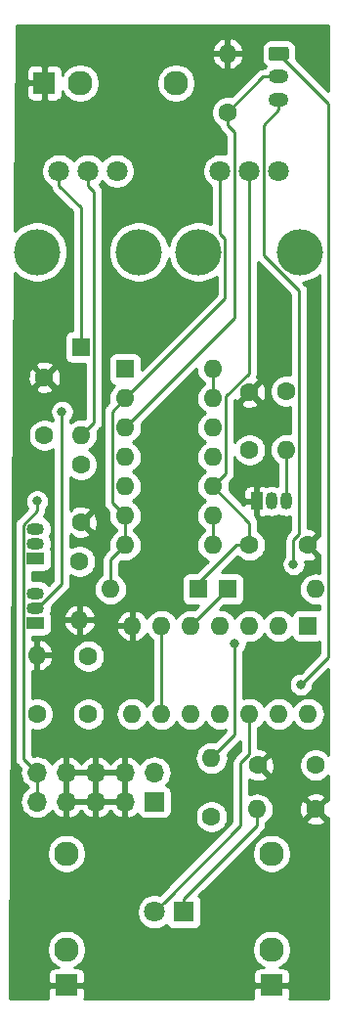
<source format=gbr>
G04 #@! TF.GenerationSoftware,KiCad,Pcbnew,(5.1.0)-1*
G04 #@! TF.CreationDate,2019-04-24T00:20:58-04:00*
G04 #@! TF.ProjectId,envelope,656e7665-6c6f-4706-952e-6b696361645f,rev?*
G04 #@! TF.SameCoordinates,Original*
G04 #@! TF.FileFunction,Copper,L2,Bot*
G04 #@! TF.FilePolarity,Positive*
%FSLAX46Y46*%
G04 Gerber Fmt 4.6, Leading zero omitted, Abs format (unit mm)*
G04 Created by KiCad (PCBNEW (5.1.0)-1) date 2019-04-24 00:20:58*
%MOMM*%
%LPD*%
G04 APERTURE LIST*
%ADD10R,1.500000X1.050000*%
%ADD11O,1.500000X1.050000*%
%ADD12O,1.600000X1.600000*%
%ADD13R,1.600000X1.600000*%
%ADD14C,4.000000*%
%ADD15C,1.800000*%
%ADD16C,1.600000*%
%ADD17R,1.050000X1.500000*%
%ADD18O,1.050000X1.500000*%
%ADD19C,2.130000*%
%ADD20R,1.930000X1.830000*%
%ADD21O,1.700000X1.700000*%
%ADD22R,1.700000X1.700000*%
%ADD23R,1.830000X1.930000*%
%ADD24O,1.750000X1.200000*%
%ADD25C,0.100000*%
%ADD26C,1.200000*%
%ADD27R,1.800000X1.800000*%
%ADD28C,0.800000*%
%ADD29C,0.250000*%
%ADD30C,0.254000*%
G04 APERTURE END LIST*
D10*
X114808000Y-101346000D03*
D11*
X114808000Y-98806000D03*
X114808000Y-100076000D03*
D10*
X114808000Y-95758000D03*
D11*
X114808000Y-93218000D03*
X114808000Y-94488000D03*
D12*
X138430000Y-109220000D03*
X123190000Y-101600000D03*
X135890000Y-109220000D03*
X125730000Y-101600000D03*
X133350000Y-109220000D03*
X128270000Y-101600000D03*
X130810000Y-109220000D03*
X130810000Y-101600000D03*
X128270000Y-109220000D03*
X133350000Y-101600000D03*
X125730000Y-109220000D03*
X135890000Y-101600000D03*
X123190000Y-109220000D03*
D13*
X138430000Y-101600000D03*
D12*
X130175000Y-79375000D03*
X122555000Y-94615000D03*
X130175000Y-81915000D03*
X122555000Y-92075000D03*
X130175000Y-84455000D03*
X122555000Y-89535000D03*
X130175000Y-86995000D03*
X122555000Y-86995000D03*
X130175000Y-89535000D03*
X122555000Y-84455000D03*
X130175000Y-92075000D03*
X122555000Y-81915000D03*
X130175000Y-94615000D03*
D13*
X122555000Y-79375000D03*
D14*
X128910000Y-69230000D03*
X137710000Y-69230000D03*
D15*
X130810000Y-62230000D03*
X133310000Y-62230000D03*
X135810000Y-62230000D03*
D14*
X114940000Y-69230000D03*
X123740000Y-69230000D03*
D15*
X116840000Y-62230000D03*
X119340000Y-62230000D03*
X121840000Y-62230000D03*
D12*
X130048000Y-113030000D03*
D16*
X130048000Y-118110000D03*
D12*
X133985000Y-117475000D03*
D16*
X139065000Y-117475000D03*
D12*
X114935000Y-104140000D03*
D16*
X114935000Y-109220000D03*
D12*
X136525000Y-86360000D03*
D16*
X136525000Y-81280000D03*
D12*
X118618000Y-101092000D03*
D16*
X118618000Y-96012000D03*
D12*
X131445000Y-52070000D03*
D16*
X131445000Y-57150000D03*
D17*
X133985000Y-90805000D03*
D18*
X136525000Y-90805000D03*
X135255000Y-90805000D03*
D19*
X135255000Y-121315000D03*
D20*
X135255000Y-132715000D03*
D19*
X135255000Y-129615000D03*
D21*
X114935000Y-114300000D03*
X114935000Y-116840000D03*
X117475000Y-114300000D03*
X117475000Y-116840000D03*
X120015000Y-114300000D03*
X120015000Y-116840000D03*
X122555000Y-114300000D03*
X122555000Y-116840000D03*
X125095000Y-114300000D03*
D22*
X125095000Y-116840000D03*
D19*
X117475000Y-121315000D03*
D20*
X117475000Y-132715000D03*
D19*
X117475000Y-129615000D03*
X126970000Y-54610000D03*
D23*
X115570000Y-54610000D03*
D19*
X118670000Y-54610000D03*
D24*
X135890000Y-56070000D03*
X135890000Y-54070000D03*
D25*
G36*
X136539505Y-51471204D02*
G01*
X136563773Y-51474804D01*
X136587572Y-51480765D01*
X136610671Y-51489030D01*
X136632850Y-51499520D01*
X136653893Y-51512132D01*
X136673599Y-51526747D01*
X136691777Y-51543223D01*
X136708253Y-51561401D01*
X136722868Y-51581107D01*
X136735480Y-51602150D01*
X136745970Y-51624329D01*
X136754235Y-51647428D01*
X136760196Y-51671227D01*
X136763796Y-51695495D01*
X136765000Y-51719999D01*
X136765000Y-52420001D01*
X136763796Y-52444505D01*
X136760196Y-52468773D01*
X136754235Y-52492572D01*
X136745970Y-52515671D01*
X136735480Y-52537850D01*
X136722868Y-52558893D01*
X136708253Y-52578599D01*
X136691777Y-52596777D01*
X136673599Y-52613253D01*
X136653893Y-52627868D01*
X136632850Y-52640480D01*
X136610671Y-52650970D01*
X136587572Y-52659235D01*
X136563773Y-52665196D01*
X136539505Y-52668796D01*
X136515001Y-52670000D01*
X135264999Y-52670000D01*
X135240495Y-52668796D01*
X135216227Y-52665196D01*
X135192428Y-52659235D01*
X135169329Y-52650970D01*
X135147150Y-52640480D01*
X135126107Y-52627868D01*
X135106401Y-52613253D01*
X135088223Y-52596777D01*
X135071747Y-52578599D01*
X135057132Y-52558893D01*
X135044520Y-52537850D01*
X135034030Y-52515671D01*
X135025765Y-52492572D01*
X135019804Y-52468773D01*
X135016204Y-52444505D01*
X135015000Y-52420001D01*
X135015000Y-51719999D01*
X135016204Y-51695495D01*
X135019804Y-51671227D01*
X135025765Y-51647428D01*
X135034030Y-51624329D01*
X135044520Y-51602150D01*
X135057132Y-51581107D01*
X135071747Y-51561401D01*
X135088223Y-51543223D01*
X135106401Y-51526747D01*
X135126107Y-51512132D01*
X135147150Y-51499520D01*
X135169329Y-51489030D01*
X135192428Y-51480765D01*
X135216227Y-51474804D01*
X135240495Y-51471204D01*
X135264999Y-51470000D01*
X136515001Y-51470000D01*
X136539505Y-51471204D01*
X136539505Y-51471204D01*
G37*
D26*
X135890000Y-52070000D03*
D15*
X125095000Y-126365000D03*
D27*
X127635000Y-126365000D03*
D12*
X139065000Y-98425000D03*
D13*
X131445000Y-98425000D03*
D12*
X121285000Y-98425000D03*
D13*
X128905000Y-98425000D03*
D12*
X118745000Y-85090000D03*
D13*
X118745000Y-77470000D03*
D16*
X134065000Y-113665000D03*
X139065000Y-113665000D03*
X119380000Y-104220000D03*
X119380000Y-109220000D03*
X138350000Y-94615000D03*
X133350000Y-94615000D03*
X115570000Y-80090000D03*
X115570000Y-85090000D03*
X133350000Y-81360000D03*
X133350000Y-86360000D03*
X118745000Y-92630000D03*
X118745000Y-87630000D03*
D28*
X114935000Y-90805000D03*
X137160000Y-96266000D03*
X137795000Y-106680000D03*
X117094000Y-83058000D03*
X132080000Y-103124000D03*
D29*
X114935000Y-114300000D02*
X114935000Y-116840000D01*
X114085001Y-113450001D02*
X114935000Y-114300000D01*
X113732990Y-113097990D02*
X114085001Y-113450001D01*
X113732990Y-92865915D02*
X113732990Y-113097990D01*
X114935000Y-91663905D02*
X113732990Y-92865915D01*
X114935000Y-90805000D02*
X114935000Y-91663905D01*
X119340000Y-63502792D02*
X119340000Y-62230000D01*
X119870001Y-64032793D02*
X119340000Y-63502792D01*
X119870001Y-83964999D02*
X119870001Y-64032793D01*
X118745000Y-85090000D02*
X119870001Y-83964999D01*
X130974999Y-88735001D02*
X130175000Y-89535000D01*
X131300001Y-88409999D02*
X130974999Y-88735001D01*
X131300001Y-81744997D02*
X131300001Y-88409999D01*
X133310000Y-79734998D02*
X131300001Y-81744997D01*
X133310000Y-62230000D02*
X133310000Y-79734998D01*
X132218630Y-94615000D02*
X133350000Y-94615000D01*
X128905000Y-97928630D02*
X132218630Y-94615000D01*
X128905000Y-98425000D02*
X128905000Y-97928630D01*
X133350000Y-92710000D02*
X133350000Y-94615000D01*
X130175000Y-89535000D02*
X133350000Y-92710000D01*
X118745000Y-76420000D02*
X118745000Y-77470000D01*
X118745000Y-65407792D02*
X118745000Y-76420000D01*
X116840000Y-63502792D02*
X118745000Y-65407792D01*
X116840000Y-62230000D02*
X116840000Y-63502792D01*
X123354999Y-81115001D02*
X122555000Y-81915000D01*
X131235001Y-73234999D02*
X123354999Y-81115001D01*
X131235001Y-68113999D02*
X131235001Y-73234999D01*
X130810000Y-67688998D02*
X131235001Y-68113999D01*
X130810000Y-62230000D02*
X130810000Y-67688998D01*
X121755001Y-91275001D02*
X122555000Y-92075000D01*
X121429999Y-90949999D02*
X121755001Y-91275001D01*
X121429999Y-83040001D02*
X121429999Y-90949999D01*
X122555000Y-81915000D02*
X121429999Y-83040001D01*
X122555000Y-92075000D02*
X122555000Y-94615000D01*
X121285000Y-95885000D02*
X121285000Y-98425000D01*
X122555000Y-94615000D02*
X121285000Y-95885000D01*
X130175000Y-92075000D02*
X130175000Y-94615000D01*
X136525000Y-86360000D02*
X136525000Y-90805000D01*
X135890000Y-56920000D02*
X135890000Y-56070000D01*
X134584999Y-58225001D02*
X135890000Y-56920000D01*
X134584999Y-69546001D02*
X134584999Y-58225001D01*
X137650001Y-72611003D02*
X134584999Y-69546001D01*
X137650001Y-93649997D02*
X137650001Y-72611003D01*
X137160000Y-94139998D02*
X137650001Y-93649997D01*
X137160000Y-96266000D02*
X137160000Y-94139998D01*
X129069999Y-100800001D02*
X131445000Y-98425000D01*
X128270000Y-101600000D02*
X129069999Y-100800001D01*
X125994999Y-125465001D02*
X125095000Y-126365000D01*
X132570001Y-118889999D02*
X125994999Y-125465001D01*
X132570001Y-113494997D02*
X132570001Y-118889999D01*
X133350000Y-112714998D02*
X132570001Y-113494997D01*
X133350000Y-109220000D02*
X133350000Y-112714998D01*
X133985000Y-118606370D02*
X133985000Y-117475000D01*
X133985000Y-118865000D02*
X133985000Y-118606370D01*
X127635000Y-125215000D02*
X133985000Y-118865000D01*
X127635000Y-126365000D02*
X127635000Y-125215000D01*
X123354999Y-83655001D02*
X122555000Y-84455000D01*
X132035001Y-74974999D02*
X123354999Y-83655001D01*
X132035001Y-58871371D02*
X132035001Y-74974999D01*
X131445000Y-58281370D02*
X132035001Y-58871371D01*
X131445000Y-57150000D02*
X131445000Y-58281370D01*
X134525000Y-54070000D02*
X135890000Y-54070000D01*
X131445000Y-57150000D02*
X134525000Y-54070000D01*
X140190001Y-56370001D02*
X140190001Y-104284999D01*
X135890000Y-52070000D02*
X140190001Y-56370001D01*
X140190001Y-104284999D02*
X137795000Y-106680000D01*
X137795000Y-106680000D02*
X137795000Y-106680000D01*
X130175000Y-79375000D02*
X130175000Y-81915000D01*
X125730000Y-101600000D02*
X125730000Y-109220000D01*
X115385085Y-99656010D02*
X117094000Y-97947095D01*
X117094000Y-97947095D02*
X117094000Y-83623685D01*
X114808000Y-100076000D02*
X115227990Y-99656010D01*
X117094000Y-83623685D02*
X117094000Y-83058000D01*
X115227990Y-99656010D02*
X115385085Y-99656010D01*
X132080000Y-110998000D02*
X130048000Y-113030000D01*
X132080000Y-103124000D02*
X132080000Y-110998000D01*
D30*
G36*
X140185000Y-55290198D02*
G01*
X137395158Y-52500356D01*
X137403072Y-52420001D01*
X137403072Y-51719999D01*
X137386008Y-51546745D01*
X137335472Y-51380149D01*
X137253405Y-51226613D01*
X137142962Y-51092038D01*
X137008387Y-50981595D01*
X136854851Y-50899528D01*
X136688255Y-50848992D01*
X136515001Y-50831928D01*
X135264999Y-50831928D01*
X135091745Y-50848992D01*
X134925149Y-50899528D01*
X134771613Y-50981595D01*
X134637038Y-51092038D01*
X134526595Y-51226613D01*
X134444528Y-51380149D01*
X134393992Y-51546745D01*
X134376928Y-51719999D01*
X134376928Y-52420001D01*
X134393992Y-52593255D01*
X134444528Y-52759851D01*
X134526595Y-52913387D01*
X134637038Y-53047962D01*
X134771613Y-53158405D01*
X134776111Y-53160809D01*
X134737498Y-53192498D01*
X134641067Y-53310000D01*
X134562325Y-53310000D01*
X134525000Y-53306324D01*
X134487675Y-53310000D01*
X134487667Y-53310000D01*
X134376014Y-53320997D01*
X134232753Y-53364454D01*
X134100724Y-53435026D01*
X133984999Y-53529999D01*
X133961201Y-53558997D01*
X131768886Y-55751312D01*
X131586335Y-55715000D01*
X131303665Y-55715000D01*
X131026426Y-55770147D01*
X130765273Y-55878320D01*
X130530241Y-56035363D01*
X130330363Y-56235241D01*
X130173320Y-56470273D01*
X130065147Y-56731426D01*
X130010000Y-57008665D01*
X130010000Y-57291335D01*
X130065147Y-57568574D01*
X130173320Y-57829727D01*
X130330363Y-58064759D01*
X130530241Y-58264637D01*
X130690203Y-58371520D01*
X130695998Y-58430356D01*
X130701076Y-58447095D01*
X130739454Y-58573616D01*
X130810026Y-58705646D01*
X130858739Y-58765002D01*
X130905000Y-58821371D01*
X130933997Y-58845168D01*
X131275001Y-59186173D01*
X131275001Y-60761138D01*
X131257743Y-60753989D01*
X130961184Y-60695000D01*
X130658816Y-60695000D01*
X130362257Y-60753989D01*
X130082905Y-60869701D01*
X129831495Y-61037688D01*
X129617688Y-61251495D01*
X129449701Y-61502905D01*
X129333989Y-61782257D01*
X129275000Y-62078816D01*
X129275000Y-62381184D01*
X129333989Y-62677743D01*
X129449701Y-62957095D01*
X129617688Y-63208505D01*
X129831495Y-63422312D01*
X130050000Y-63568313D01*
X130050001Y-66850100D01*
X129678601Y-66696261D01*
X129169525Y-66595000D01*
X128650475Y-66595000D01*
X128141399Y-66696261D01*
X127661859Y-66894893D01*
X127230285Y-67183262D01*
X126863262Y-67550285D01*
X126574893Y-67981859D01*
X126376261Y-68461399D01*
X126325000Y-68719107D01*
X126273739Y-68461399D01*
X126075107Y-67981859D01*
X125786738Y-67550285D01*
X125419715Y-67183262D01*
X124988141Y-66894893D01*
X124508601Y-66696261D01*
X123999525Y-66595000D01*
X123480475Y-66595000D01*
X122971399Y-66696261D01*
X122491859Y-66894893D01*
X122060285Y-67183262D01*
X121693262Y-67550285D01*
X121404893Y-67981859D01*
X121206261Y-68461399D01*
X121105000Y-68970475D01*
X121105000Y-69489525D01*
X121206261Y-69998601D01*
X121404893Y-70478141D01*
X121693262Y-70909715D01*
X122060285Y-71276738D01*
X122491859Y-71565107D01*
X122971399Y-71763739D01*
X123480475Y-71865000D01*
X123999525Y-71865000D01*
X124508601Y-71763739D01*
X124988141Y-71565107D01*
X125419715Y-71276738D01*
X125786738Y-70909715D01*
X126075107Y-70478141D01*
X126273739Y-69998601D01*
X126325000Y-69740893D01*
X126376261Y-69998601D01*
X126574893Y-70478141D01*
X126863262Y-70909715D01*
X127230285Y-71276738D01*
X127661859Y-71565107D01*
X128141399Y-71763739D01*
X128650475Y-71865000D01*
X129169525Y-71865000D01*
X129678601Y-71763739D01*
X130158141Y-71565107D01*
X130475002Y-71353387D01*
X130475002Y-72920196D01*
X123993072Y-79402127D01*
X123993072Y-78575000D01*
X123980812Y-78450518D01*
X123944502Y-78330820D01*
X123885537Y-78220506D01*
X123806185Y-78123815D01*
X123709494Y-78044463D01*
X123599180Y-77985498D01*
X123479482Y-77949188D01*
X123355000Y-77936928D01*
X121755000Y-77936928D01*
X121630518Y-77949188D01*
X121510820Y-77985498D01*
X121400506Y-78044463D01*
X121303815Y-78123815D01*
X121224463Y-78220506D01*
X121165498Y-78330820D01*
X121129188Y-78450518D01*
X121116928Y-78575000D01*
X121116928Y-80175000D01*
X121129188Y-80299482D01*
X121165498Y-80419180D01*
X121224463Y-80529494D01*
X121303815Y-80626185D01*
X121400506Y-80705537D01*
X121510820Y-80764502D01*
X121630518Y-80800812D01*
X121648482Y-80802581D01*
X121535392Y-80895392D01*
X121356068Y-81113899D01*
X121222818Y-81363192D01*
X121140764Y-81633691D01*
X121113057Y-81915000D01*
X121140764Y-82196309D01*
X121154292Y-82240906D01*
X120919001Y-82476197D01*
X120889998Y-82500000D01*
X120848986Y-82549974D01*
X120795025Y-82615725D01*
X120769220Y-82664003D01*
X120724453Y-82747755D01*
X120680996Y-82891016D01*
X120669999Y-83002669D01*
X120669999Y-83002679D01*
X120666323Y-83040001D01*
X120669999Y-83077323D01*
X120670000Y-90912667D01*
X120666323Y-90949999D01*
X120670000Y-90987332D01*
X120680997Y-91098985D01*
X120688556Y-91123904D01*
X120724453Y-91242245D01*
X120795025Y-91374275D01*
X120848986Y-91440026D01*
X120889999Y-91490000D01*
X120918997Y-91513798D01*
X121154292Y-91749093D01*
X121140764Y-91793691D01*
X121113057Y-92075000D01*
X121140764Y-92356309D01*
X121222818Y-92626808D01*
X121356068Y-92876101D01*
X121535392Y-93094608D01*
X121753899Y-93273932D01*
X121795000Y-93295901D01*
X121795001Y-93394099D01*
X121753899Y-93416068D01*
X121535392Y-93595392D01*
X121356068Y-93813899D01*
X121222818Y-94063192D01*
X121140764Y-94333691D01*
X121113057Y-94615000D01*
X121140764Y-94896309D01*
X121154292Y-94940906D01*
X120774003Y-95321196D01*
X120744999Y-95344999D01*
X120689871Y-95412174D01*
X120650026Y-95460724D01*
X120579455Y-95592753D01*
X120579454Y-95592754D01*
X120535997Y-95736015D01*
X120525000Y-95847668D01*
X120525000Y-95847678D01*
X120521324Y-95885000D01*
X120525000Y-95922323D01*
X120525001Y-97204099D01*
X120483899Y-97226068D01*
X120265392Y-97405392D01*
X120086068Y-97623899D01*
X119952818Y-97873192D01*
X119870764Y-98143691D01*
X119843057Y-98425000D01*
X119870764Y-98706309D01*
X119952818Y-98976808D01*
X120086068Y-99226101D01*
X120265392Y-99444608D01*
X120483899Y-99623932D01*
X120733192Y-99757182D01*
X121003691Y-99839236D01*
X121214508Y-99860000D01*
X121355492Y-99860000D01*
X121566309Y-99839236D01*
X121836808Y-99757182D01*
X122086101Y-99623932D01*
X122304608Y-99444608D01*
X122483932Y-99226101D01*
X122617182Y-98976808D01*
X122699236Y-98706309D01*
X122726943Y-98425000D01*
X122699236Y-98143691D01*
X122617182Y-97873192D01*
X122483932Y-97623899D01*
X122304608Y-97405392D01*
X122086101Y-97226068D01*
X122045000Y-97204099D01*
X122045000Y-96199801D01*
X122229094Y-96015708D01*
X122273691Y-96029236D01*
X122484508Y-96050000D01*
X122625492Y-96050000D01*
X122836309Y-96029236D01*
X123106808Y-95947182D01*
X123356101Y-95813932D01*
X123574608Y-95634608D01*
X123753932Y-95416101D01*
X123887182Y-95166808D01*
X123969236Y-94896309D01*
X123996943Y-94615000D01*
X123969236Y-94333691D01*
X123887182Y-94063192D01*
X123753932Y-93813899D01*
X123574608Y-93595392D01*
X123356101Y-93416068D01*
X123315000Y-93394099D01*
X123315000Y-93295901D01*
X123356101Y-93273932D01*
X123574608Y-93094608D01*
X123753932Y-92876101D01*
X123887182Y-92626808D01*
X123969236Y-92356309D01*
X123996943Y-92075000D01*
X123969236Y-91793691D01*
X123887182Y-91523192D01*
X123753932Y-91273899D01*
X123574608Y-91055392D01*
X123356101Y-90876068D01*
X123223142Y-90805000D01*
X123356101Y-90733932D01*
X123574608Y-90554608D01*
X123753932Y-90336101D01*
X123887182Y-90086808D01*
X123969236Y-89816309D01*
X123996943Y-89535000D01*
X123969236Y-89253691D01*
X123887182Y-88983192D01*
X123753932Y-88733899D01*
X123574608Y-88515392D01*
X123356101Y-88336068D01*
X123223142Y-88265000D01*
X123356101Y-88193932D01*
X123574608Y-88014608D01*
X123753932Y-87796101D01*
X123887182Y-87546808D01*
X123969236Y-87276309D01*
X123996943Y-86995000D01*
X123969236Y-86713691D01*
X123887182Y-86443192D01*
X123753932Y-86193899D01*
X123574608Y-85975392D01*
X123356101Y-85796068D01*
X123223142Y-85725000D01*
X123356101Y-85653932D01*
X123574608Y-85474608D01*
X123753932Y-85256101D01*
X123887182Y-85006808D01*
X123969236Y-84736309D01*
X123996943Y-84455000D01*
X123969236Y-84173691D01*
X123955708Y-84129093D01*
X128735598Y-79349204D01*
X128733057Y-79375000D01*
X128760764Y-79656309D01*
X128842818Y-79926808D01*
X128976068Y-80176101D01*
X129155392Y-80394608D01*
X129373899Y-80573932D01*
X129415000Y-80595901D01*
X129415001Y-80694099D01*
X129373899Y-80716068D01*
X129155392Y-80895392D01*
X128976068Y-81113899D01*
X128842818Y-81363192D01*
X128760764Y-81633691D01*
X128733057Y-81915000D01*
X128760764Y-82196309D01*
X128842818Y-82466808D01*
X128976068Y-82716101D01*
X129155392Y-82934608D01*
X129373899Y-83113932D01*
X129506858Y-83185000D01*
X129373899Y-83256068D01*
X129155392Y-83435392D01*
X128976068Y-83653899D01*
X128842818Y-83903192D01*
X128760764Y-84173691D01*
X128733057Y-84455000D01*
X128760764Y-84736309D01*
X128842818Y-85006808D01*
X128976068Y-85256101D01*
X129155392Y-85474608D01*
X129373899Y-85653932D01*
X129506858Y-85725000D01*
X129373899Y-85796068D01*
X129155392Y-85975392D01*
X128976068Y-86193899D01*
X128842818Y-86443192D01*
X128760764Y-86713691D01*
X128733057Y-86995000D01*
X128760764Y-87276309D01*
X128842818Y-87546808D01*
X128976068Y-87796101D01*
X129155392Y-88014608D01*
X129373899Y-88193932D01*
X129506858Y-88265000D01*
X129373899Y-88336068D01*
X129155392Y-88515392D01*
X128976068Y-88733899D01*
X128842818Y-88983192D01*
X128760764Y-89253691D01*
X128733057Y-89535000D01*
X128760764Y-89816309D01*
X128842818Y-90086808D01*
X128976068Y-90336101D01*
X129155392Y-90554608D01*
X129373899Y-90733932D01*
X129506858Y-90805000D01*
X129373899Y-90876068D01*
X129155392Y-91055392D01*
X128976068Y-91273899D01*
X128842818Y-91523192D01*
X128760764Y-91793691D01*
X128733057Y-92075000D01*
X128760764Y-92356309D01*
X128842818Y-92626808D01*
X128976068Y-92876101D01*
X129155392Y-93094608D01*
X129373899Y-93273932D01*
X129415000Y-93295901D01*
X129415001Y-93394099D01*
X129373899Y-93416068D01*
X129155392Y-93595392D01*
X128976068Y-93813899D01*
X128842818Y-94063192D01*
X128760764Y-94333691D01*
X128733057Y-94615000D01*
X128760764Y-94896309D01*
X128842818Y-95166808D01*
X128976068Y-95416101D01*
X129155392Y-95634608D01*
X129373899Y-95813932D01*
X129623192Y-95947182D01*
X129767785Y-95991043D01*
X128771901Y-96986928D01*
X128105000Y-96986928D01*
X127980518Y-96999188D01*
X127860820Y-97035498D01*
X127750506Y-97094463D01*
X127653815Y-97173815D01*
X127574463Y-97270506D01*
X127515498Y-97380820D01*
X127479188Y-97500518D01*
X127466928Y-97625000D01*
X127466928Y-99225000D01*
X127479188Y-99349482D01*
X127515498Y-99469180D01*
X127574463Y-99579494D01*
X127653815Y-99676185D01*
X127750506Y-99755537D01*
X127860820Y-99814502D01*
X127980518Y-99850812D01*
X128105000Y-99863072D01*
X128932127Y-99863072D01*
X128595907Y-100199292D01*
X128551309Y-100185764D01*
X128340492Y-100165000D01*
X128199508Y-100165000D01*
X127988691Y-100185764D01*
X127718192Y-100267818D01*
X127468899Y-100401068D01*
X127250392Y-100580392D01*
X127071068Y-100798899D01*
X127000000Y-100931858D01*
X126928932Y-100798899D01*
X126749608Y-100580392D01*
X126531101Y-100401068D01*
X126281808Y-100267818D01*
X126011309Y-100185764D01*
X125800492Y-100165000D01*
X125659508Y-100165000D01*
X125448691Y-100185764D01*
X125178192Y-100267818D01*
X124928899Y-100401068D01*
X124710392Y-100580392D01*
X124531068Y-100798899D01*
X124457421Y-100936682D01*
X124342385Y-100744869D01*
X124153414Y-100536481D01*
X123927420Y-100368963D01*
X123673087Y-100248754D01*
X123539039Y-100208096D01*
X123317000Y-100330085D01*
X123317000Y-101473000D01*
X123337000Y-101473000D01*
X123337000Y-101727000D01*
X123317000Y-101727000D01*
X123317000Y-102869915D01*
X123539039Y-102991904D01*
X123673087Y-102951246D01*
X123927420Y-102831037D01*
X124153414Y-102663519D01*
X124342385Y-102455131D01*
X124457421Y-102263318D01*
X124531068Y-102401101D01*
X124710392Y-102619608D01*
X124928899Y-102798932D01*
X124970000Y-102820901D01*
X124970001Y-107999099D01*
X124928899Y-108021068D01*
X124710392Y-108200392D01*
X124531068Y-108418899D01*
X124460000Y-108551858D01*
X124388932Y-108418899D01*
X124209608Y-108200392D01*
X123991101Y-108021068D01*
X123741808Y-107887818D01*
X123471309Y-107805764D01*
X123260492Y-107785000D01*
X123119508Y-107785000D01*
X122908691Y-107805764D01*
X122638192Y-107887818D01*
X122388899Y-108021068D01*
X122170392Y-108200392D01*
X121991068Y-108418899D01*
X121857818Y-108668192D01*
X121775764Y-108938691D01*
X121748057Y-109220000D01*
X121775764Y-109501309D01*
X121857818Y-109771808D01*
X121991068Y-110021101D01*
X122170392Y-110239608D01*
X122388899Y-110418932D01*
X122638192Y-110552182D01*
X122908691Y-110634236D01*
X123119508Y-110655000D01*
X123260492Y-110655000D01*
X123471309Y-110634236D01*
X123741808Y-110552182D01*
X123991101Y-110418932D01*
X124209608Y-110239608D01*
X124388932Y-110021101D01*
X124460000Y-109888142D01*
X124531068Y-110021101D01*
X124710392Y-110239608D01*
X124928899Y-110418932D01*
X125178192Y-110552182D01*
X125448691Y-110634236D01*
X125659508Y-110655000D01*
X125800492Y-110655000D01*
X126011309Y-110634236D01*
X126281808Y-110552182D01*
X126531101Y-110418932D01*
X126749608Y-110239608D01*
X126928932Y-110021101D01*
X127000000Y-109888142D01*
X127071068Y-110021101D01*
X127250392Y-110239608D01*
X127468899Y-110418932D01*
X127718192Y-110552182D01*
X127988691Y-110634236D01*
X128199508Y-110655000D01*
X128340492Y-110655000D01*
X128551309Y-110634236D01*
X128821808Y-110552182D01*
X129071101Y-110418932D01*
X129289608Y-110239608D01*
X129468932Y-110021101D01*
X129540000Y-109888142D01*
X129611068Y-110021101D01*
X129790392Y-110239608D01*
X130008899Y-110418932D01*
X130258192Y-110552182D01*
X130528691Y-110634236D01*
X130739508Y-110655000D01*
X130880492Y-110655000D01*
X131091309Y-110634236D01*
X131320001Y-110564864D01*
X131320001Y-110683197D01*
X130373906Y-111629292D01*
X130329309Y-111615764D01*
X130118492Y-111595000D01*
X129977508Y-111595000D01*
X129766691Y-111615764D01*
X129496192Y-111697818D01*
X129246899Y-111831068D01*
X129028392Y-112010392D01*
X128849068Y-112228899D01*
X128715818Y-112478192D01*
X128633764Y-112748691D01*
X128606057Y-113030000D01*
X128633764Y-113311309D01*
X128715818Y-113581808D01*
X128849068Y-113831101D01*
X129028392Y-114049608D01*
X129246899Y-114228932D01*
X129496192Y-114362182D01*
X129766691Y-114444236D01*
X129977508Y-114465000D01*
X130118492Y-114465000D01*
X130329309Y-114444236D01*
X130599808Y-114362182D01*
X130849101Y-114228932D01*
X131067608Y-114049608D01*
X131246932Y-113831101D01*
X131380182Y-113581808D01*
X131462236Y-113311309D01*
X131489943Y-113030000D01*
X131462236Y-112748691D01*
X131448708Y-112704094D01*
X132590001Y-111562801D01*
X132590001Y-112400195D01*
X132059003Y-112931194D01*
X132030000Y-112954996D01*
X132005153Y-112985273D01*
X131935027Y-113070721D01*
X131898384Y-113139275D01*
X131864455Y-113202751D01*
X131820998Y-113346012D01*
X131810001Y-113457665D01*
X131810001Y-113457675D01*
X131806325Y-113494997D01*
X131810001Y-113532320D01*
X131810002Y-118575196D01*
X125503930Y-124881269D01*
X125246184Y-124830000D01*
X124943816Y-124830000D01*
X124647257Y-124888989D01*
X124367905Y-125004701D01*
X124116495Y-125172688D01*
X123902688Y-125386495D01*
X123734701Y-125637905D01*
X123618989Y-125917257D01*
X123560000Y-126213816D01*
X123560000Y-126516184D01*
X123618989Y-126812743D01*
X123734701Y-127092095D01*
X123902688Y-127343505D01*
X124116495Y-127557312D01*
X124367905Y-127725299D01*
X124647257Y-127841011D01*
X124943816Y-127900000D01*
X125246184Y-127900000D01*
X125542743Y-127841011D01*
X125822095Y-127725299D01*
X126073505Y-127557312D01*
X126139944Y-127490873D01*
X126145498Y-127509180D01*
X126204463Y-127619494D01*
X126283815Y-127716185D01*
X126380506Y-127795537D01*
X126490820Y-127854502D01*
X126610518Y-127890812D01*
X126735000Y-127903072D01*
X128535000Y-127903072D01*
X128659482Y-127890812D01*
X128779180Y-127854502D01*
X128889494Y-127795537D01*
X128986185Y-127716185D01*
X129065537Y-127619494D01*
X129124502Y-127509180D01*
X129160812Y-127389482D01*
X129173072Y-127265000D01*
X129173072Y-125465000D01*
X129160812Y-125340518D01*
X129124502Y-125220820D01*
X129065537Y-125110506D01*
X128986185Y-125013815D01*
X128944882Y-124979919D01*
X132777236Y-121147565D01*
X133555000Y-121147565D01*
X133555000Y-121482435D01*
X133620330Y-121810872D01*
X133748479Y-122120252D01*
X133934523Y-122398687D01*
X134171313Y-122635477D01*
X134449748Y-122821521D01*
X134759128Y-122949670D01*
X135087565Y-123015000D01*
X135422435Y-123015000D01*
X135750872Y-122949670D01*
X136060252Y-122821521D01*
X136338687Y-122635477D01*
X136575477Y-122398687D01*
X136761521Y-122120252D01*
X136889670Y-121810872D01*
X136955000Y-121482435D01*
X136955000Y-121147565D01*
X136889670Y-120819128D01*
X136761521Y-120509748D01*
X136575477Y-120231313D01*
X136338687Y-119994523D01*
X136060252Y-119808479D01*
X135750872Y-119680330D01*
X135422435Y-119615000D01*
X135087565Y-119615000D01*
X134759128Y-119680330D01*
X134449748Y-119808479D01*
X134171313Y-119994523D01*
X133934523Y-120231313D01*
X133748479Y-120509748D01*
X133620330Y-120819128D01*
X133555000Y-121147565D01*
X132777236Y-121147565D01*
X134496004Y-119428798D01*
X134525001Y-119405001D01*
X134565730Y-119355373D01*
X134619974Y-119289277D01*
X134690546Y-119157247D01*
X134693845Y-119146371D01*
X134734003Y-119013986D01*
X134745000Y-118902333D01*
X134745000Y-118902324D01*
X134748676Y-118865001D01*
X134745000Y-118827678D01*
X134745000Y-118695901D01*
X134786101Y-118673932D01*
X135004608Y-118494608D01*
X135026689Y-118467702D01*
X138251903Y-118467702D01*
X138323486Y-118711671D01*
X138578996Y-118832571D01*
X138853184Y-118901300D01*
X139135512Y-118915217D01*
X139415130Y-118873787D01*
X139681292Y-118778603D01*
X139806514Y-118711671D01*
X139878097Y-118467702D01*
X139065000Y-117654605D01*
X138251903Y-118467702D01*
X135026689Y-118467702D01*
X135183932Y-118276101D01*
X135317182Y-118026808D01*
X135399236Y-117756309D01*
X135419998Y-117545512D01*
X137624783Y-117545512D01*
X137666213Y-117825130D01*
X137761397Y-118091292D01*
X137828329Y-118216514D01*
X138072298Y-118288097D01*
X138885395Y-117475000D01*
X138072298Y-116661903D01*
X137828329Y-116733486D01*
X137707429Y-116988996D01*
X137638700Y-117263184D01*
X137624783Y-117545512D01*
X135419998Y-117545512D01*
X135426943Y-117475000D01*
X135399236Y-117193691D01*
X135317182Y-116923192D01*
X135183932Y-116673899D01*
X135026690Y-116482298D01*
X138251903Y-116482298D01*
X139065000Y-117295395D01*
X139878097Y-116482298D01*
X139806514Y-116238329D01*
X139551004Y-116117429D01*
X139276816Y-116048700D01*
X138994488Y-116034783D01*
X138714870Y-116076213D01*
X138448708Y-116171397D01*
X138323486Y-116238329D01*
X138251903Y-116482298D01*
X135026690Y-116482298D01*
X135004608Y-116455392D01*
X134786101Y-116276068D01*
X134536808Y-116142818D01*
X134266309Y-116060764D01*
X134055492Y-116040000D01*
X133914508Y-116040000D01*
X133703691Y-116060764D01*
X133433192Y-116142818D01*
X133330001Y-116197975D01*
X133330001Y-114904754D01*
X133578996Y-115022571D01*
X133853184Y-115091300D01*
X134135512Y-115105217D01*
X134415130Y-115063787D01*
X134681292Y-114968603D01*
X134806514Y-114901671D01*
X134878097Y-114657702D01*
X134065000Y-113844605D01*
X134050858Y-113858748D01*
X133871253Y-113679143D01*
X133885395Y-113665000D01*
X134244605Y-113665000D01*
X135057702Y-114478097D01*
X135301671Y-114406514D01*
X135422571Y-114151004D01*
X135491300Y-113876816D01*
X135505217Y-113594488D01*
X135463787Y-113314870D01*
X135368603Y-113048708D01*
X135301671Y-112923486D01*
X135057702Y-112851903D01*
X134244605Y-113665000D01*
X133885395Y-113665000D01*
X133871253Y-113650858D01*
X134050858Y-113471253D01*
X134065000Y-113485395D01*
X134878097Y-112672298D01*
X134806514Y-112428329D01*
X134551004Y-112307429D01*
X134276816Y-112238700D01*
X134110000Y-112230477D01*
X134110000Y-110440901D01*
X134151101Y-110418932D01*
X134369608Y-110239608D01*
X134548932Y-110021101D01*
X134620000Y-109888142D01*
X134691068Y-110021101D01*
X134870392Y-110239608D01*
X135088899Y-110418932D01*
X135338192Y-110552182D01*
X135608691Y-110634236D01*
X135819508Y-110655000D01*
X135960492Y-110655000D01*
X136171309Y-110634236D01*
X136441808Y-110552182D01*
X136691101Y-110418932D01*
X136909608Y-110239608D01*
X137088932Y-110021101D01*
X137160000Y-109888142D01*
X137231068Y-110021101D01*
X137410392Y-110239608D01*
X137628899Y-110418932D01*
X137878192Y-110552182D01*
X138148691Y-110634236D01*
X138359508Y-110655000D01*
X138500492Y-110655000D01*
X138711309Y-110634236D01*
X138981808Y-110552182D01*
X139231101Y-110418932D01*
X139449608Y-110239608D01*
X139628932Y-110021101D01*
X139762182Y-109771808D01*
X139844236Y-109501309D01*
X139871943Y-109220000D01*
X139844236Y-108938691D01*
X139762182Y-108668192D01*
X139628932Y-108418899D01*
X139449608Y-108200392D01*
X139231101Y-108021068D01*
X138981808Y-107887818D01*
X138711309Y-107805764D01*
X138500492Y-107785000D01*
X138359508Y-107785000D01*
X138148691Y-107805764D01*
X137878192Y-107887818D01*
X137628899Y-108021068D01*
X137410392Y-108200392D01*
X137231068Y-108418899D01*
X137160000Y-108551858D01*
X137088932Y-108418899D01*
X136909608Y-108200392D01*
X136691101Y-108021068D01*
X136441808Y-107887818D01*
X136171309Y-107805764D01*
X135960492Y-107785000D01*
X135819508Y-107785000D01*
X135608691Y-107805764D01*
X135338192Y-107887818D01*
X135088899Y-108021068D01*
X134870392Y-108200392D01*
X134691068Y-108418899D01*
X134620000Y-108551858D01*
X134548932Y-108418899D01*
X134369608Y-108200392D01*
X134151101Y-108021068D01*
X133901808Y-107887818D01*
X133631309Y-107805764D01*
X133420492Y-107785000D01*
X133279508Y-107785000D01*
X133068691Y-107805764D01*
X132840000Y-107875136D01*
X132840000Y-103827711D01*
X132883937Y-103783774D01*
X132997205Y-103614256D01*
X133075226Y-103425898D01*
X133115000Y-103225939D01*
X133115000Y-103022061D01*
X133114338Y-103018732D01*
X133279508Y-103035000D01*
X133420492Y-103035000D01*
X133631309Y-103014236D01*
X133901808Y-102932182D01*
X134151101Y-102798932D01*
X134369608Y-102619608D01*
X134548932Y-102401101D01*
X134620000Y-102268142D01*
X134691068Y-102401101D01*
X134870392Y-102619608D01*
X135088899Y-102798932D01*
X135338192Y-102932182D01*
X135608691Y-103014236D01*
X135819508Y-103035000D01*
X135960492Y-103035000D01*
X136171309Y-103014236D01*
X136441808Y-102932182D01*
X136691101Y-102798932D01*
X136909608Y-102619608D01*
X137002419Y-102506518D01*
X137004188Y-102524482D01*
X137040498Y-102644180D01*
X137099463Y-102754494D01*
X137178815Y-102851185D01*
X137275506Y-102930537D01*
X137385820Y-102989502D01*
X137505518Y-103025812D01*
X137630000Y-103038072D01*
X139230000Y-103038072D01*
X139354482Y-103025812D01*
X139430002Y-103002903D01*
X139430002Y-103970196D01*
X137755199Y-105645000D01*
X137693061Y-105645000D01*
X137493102Y-105684774D01*
X137304744Y-105762795D01*
X137135226Y-105876063D01*
X136991063Y-106020226D01*
X136877795Y-106189744D01*
X136799774Y-106378102D01*
X136760000Y-106578061D01*
X136760000Y-106781939D01*
X136799774Y-106981898D01*
X136877795Y-107170256D01*
X136991063Y-107339774D01*
X137135226Y-107483937D01*
X137304744Y-107597205D01*
X137493102Y-107675226D01*
X137693061Y-107715000D01*
X137896939Y-107715000D01*
X138096898Y-107675226D01*
X138285256Y-107597205D01*
X138454774Y-107483937D01*
X138598937Y-107339774D01*
X138712205Y-107170256D01*
X138790226Y-106981898D01*
X138830000Y-106781939D01*
X138830000Y-106719801D01*
X140185001Y-105364801D01*
X140185001Y-112758268D01*
X140179637Y-112750241D01*
X139979759Y-112550363D01*
X139744727Y-112393320D01*
X139483574Y-112285147D01*
X139206335Y-112230000D01*
X138923665Y-112230000D01*
X138646426Y-112285147D01*
X138385273Y-112393320D01*
X138150241Y-112550363D01*
X137950363Y-112750241D01*
X137793320Y-112985273D01*
X137685147Y-113246426D01*
X137630000Y-113523665D01*
X137630000Y-113806335D01*
X137685147Y-114083574D01*
X137793320Y-114344727D01*
X137950363Y-114579759D01*
X138150241Y-114779637D01*
X138385273Y-114936680D01*
X138646426Y-115044853D01*
X138923665Y-115100000D01*
X139206335Y-115100000D01*
X139483574Y-115044853D01*
X139744727Y-114936680D01*
X139979759Y-114779637D01*
X140179637Y-114579759D01*
X140185001Y-114571732D01*
X140185001Y-116699254D01*
X140057702Y-116661903D01*
X139244605Y-117475000D01*
X140057702Y-118288097D01*
X140185001Y-118250746D01*
X140185001Y-133835000D01*
X136821387Y-133835000D01*
X136845812Y-133754482D01*
X136858072Y-133630000D01*
X136855000Y-133000750D01*
X136696250Y-132842000D01*
X135382000Y-132842000D01*
X135382000Y-132862000D01*
X135128000Y-132862000D01*
X135128000Y-132842000D01*
X133813750Y-132842000D01*
X133655000Y-133000750D01*
X133651928Y-133630000D01*
X133664188Y-133754482D01*
X133688613Y-133835000D01*
X119041387Y-133835000D01*
X119065812Y-133754482D01*
X119078072Y-133630000D01*
X119075000Y-133000750D01*
X118916250Y-132842000D01*
X117602000Y-132842000D01*
X117602000Y-132862000D01*
X117348000Y-132862000D01*
X117348000Y-132842000D01*
X116033750Y-132842000D01*
X115875000Y-133000750D01*
X115871928Y-133630000D01*
X115884188Y-133754482D01*
X115908613Y-133835000D01*
X112545000Y-133835000D01*
X112545000Y-130926413D01*
X112556119Y-129447565D01*
X115775000Y-129447565D01*
X115775000Y-129782435D01*
X115840330Y-130110872D01*
X115968479Y-130420252D01*
X116154523Y-130698687D01*
X116391313Y-130935477D01*
X116669748Y-131121521D01*
X116770140Y-131163105D01*
X116510000Y-131161928D01*
X116385518Y-131174188D01*
X116265820Y-131210498D01*
X116155506Y-131269463D01*
X116058815Y-131348815D01*
X115979463Y-131445506D01*
X115920498Y-131555820D01*
X115884188Y-131675518D01*
X115871928Y-131800000D01*
X115875000Y-132429250D01*
X116033750Y-132588000D01*
X117348000Y-132588000D01*
X117348000Y-132568000D01*
X117602000Y-132568000D01*
X117602000Y-132588000D01*
X118916250Y-132588000D01*
X119075000Y-132429250D01*
X119078072Y-131800000D01*
X119065812Y-131675518D01*
X119029502Y-131555820D01*
X118970537Y-131445506D01*
X118891185Y-131348815D01*
X118794494Y-131269463D01*
X118684180Y-131210498D01*
X118564482Y-131174188D01*
X118440000Y-131161928D01*
X118179860Y-131163105D01*
X118280252Y-131121521D01*
X118558687Y-130935477D01*
X118795477Y-130698687D01*
X118981521Y-130420252D01*
X119109670Y-130110872D01*
X119175000Y-129782435D01*
X119175000Y-129447565D01*
X133555000Y-129447565D01*
X133555000Y-129782435D01*
X133620330Y-130110872D01*
X133748479Y-130420252D01*
X133934523Y-130698687D01*
X134171313Y-130935477D01*
X134449748Y-131121521D01*
X134550140Y-131163105D01*
X134290000Y-131161928D01*
X134165518Y-131174188D01*
X134045820Y-131210498D01*
X133935506Y-131269463D01*
X133838815Y-131348815D01*
X133759463Y-131445506D01*
X133700498Y-131555820D01*
X133664188Y-131675518D01*
X133651928Y-131800000D01*
X133655000Y-132429250D01*
X133813750Y-132588000D01*
X135128000Y-132588000D01*
X135128000Y-132568000D01*
X135382000Y-132568000D01*
X135382000Y-132588000D01*
X136696250Y-132588000D01*
X136855000Y-132429250D01*
X136858072Y-131800000D01*
X136845812Y-131675518D01*
X136809502Y-131555820D01*
X136750537Y-131445506D01*
X136671185Y-131348815D01*
X136574494Y-131269463D01*
X136464180Y-131210498D01*
X136344482Y-131174188D01*
X136220000Y-131161928D01*
X135959860Y-131163105D01*
X136060252Y-131121521D01*
X136338687Y-130935477D01*
X136575477Y-130698687D01*
X136761521Y-130420252D01*
X136889670Y-130110872D01*
X136955000Y-129782435D01*
X136955000Y-129447565D01*
X136889670Y-129119128D01*
X136761521Y-128809748D01*
X136575477Y-128531313D01*
X136338687Y-128294523D01*
X136060252Y-128108479D01*
X135750872Y-127980330D01*
X135422435Y-127915000D01*
X135087565Y-127915000D01*
X134759128Y-127980330D01*
X134449748Y-128108479D01*
X134171313Y-128294523D01*
X133934523Y-128531313D01*
X133748479Y-128809748D01*
X133620330Y-129119128D01*
X133555000Y-129447565D01*
X119175000Y-129447565D01*
X119109670Y-129119128D01*
X118981521Y-128809748D01*
X118795477Y-128531313D01*
X118558687Y-128294523D01*
X118280252Y-128108479D01*
X117970872Y-127980330D01*
X117642435Y-127915000D01*
X117307565Y-127915000D01*
X116979128Y-127980330D01*
X116669748Y-128108479D01*
X116391313Y-128294523D01*
X116154523Y-128531313D01*
X115968479Y-128809748D01*
X115840330Y-129119128D01*
X115775000Y-129447565D01*
X112556119Y-129447565D01*
X112618525Y-121147565D01*
X115775000Y-121147565D01*
X115775000Y-121482435D01*
X115840330Y-121810872D01*
X115968479Y-122120252D01*
X116154523Y-122398687D01*
X116391313Y-122635477D01*
X116669748Y-122821521D01*
X116979128Y-122949670D01*
X117307565Y-123015000D01*
X117642435Y-123015000D01*
X117970872Y-122949670D01*
X118280252Y-122821521D01*
X118558687Y-122635477D01*
X118795477Y-122398687D01*
X118981521Y-122120252D01*
X119109670Y-121810872D01*
X119175000Y-121482435D01*
X119175000Y-121147565D01*
X119109670Y-120819128D01*
X118981521Y-120509748D01*
X118795477Y-120231313D01*
X118558687Y-119994523D01*
X118280252Y-119808479D01*
X117970872Y-119680330D01*
X117642435Y-119615000D01*
X117307565Y-119615000D01*
X116979128Y-119680330D01*
X116669748Y-119808479D01*
X116391313Y-119994523D01*
X116154523Y-120231313D01*
X115968479Y-120509748D01*
X115840330Y-120819128D01*
X115775000Y-121147565D01*
X112618525Y-121147565D01*
X112831169Y-92865915D01*
X112969314Y-92865915D01*
X112972990Y-92903237D01*
X112972991Y-113060657D01*
X112969314Y-113097990D01*
X112972991Y-113135323D01*
X112977293Y-113178996D01*
X112983988Y-113246975D01*
X113027444Y-113390236D01*
X113098016Y-113522266D01*
X113157260Y-113594454D01*
X113192990Y-113637991D01*
X113221988Y-113661789D01*
X113494203Y-113934004D01*
X113471487Y-114008889D01*
X113442815Y-114300000D01*
X113471487Y-114591111D01*
X113556401Y-114871034D01*
X113694294Y-115129014D01*
X113879866Y-115355134D01*
X114105986Y-115540706D01*
X114160791Y-115570000D01*
X114105986Y-115599294D01*
X113879866Y-115784866D01*
X113694294Y-116010986D01*
X113556401Y-116268966D01*
X113471487Y-116548889D01*
X113442815Y-116840000D01*
X113471487Y-117131111D01*
X113556401Y-117411034D01*
X113694294Y-117669014D01*
X113879866Y-117895134D01*
X114105986Y-118080706D01*
X114363966Y-118218599D01*
X114643889Y-118303513D01*
X114862050Y-118325000D01*
X115007950Y-118325000D01*
X115226111Y-118303513D01*
X115506034Y-118218599D01*
X115764014Y-118080706D01*
X115990134Y-117895134D01*
X116175706Y-117669014D01*
X116210201Y-117604477D01*
X116279822Y-117721355D01*
X116474731Y-117937588D01*
X116708080Y-118111641D01*
X116970901Y-118236825D01*
X117118110Y-118281476D01*
X117348000Y-118160155D01*
X117348000Y-116967000D01*
X117602000Y-116967000D01*
X117602000Y-118160155D01*
X117831890Y-118281476D01*
X117979099Y-118236825D01*
X118241920Y-118111641D01*
X118475269Y-117937588D01*
X118670178Y-117721355D01*
X118745000Y-117595745D01*
X118819822Y-117721355D01*
X119014731Y-117937588D01*
X119248080Y-118111641D01*
X119510901Y-118236825D01*
X119658110Y-118281476D01*
X119888000Y-118160155D01*
X119888000Y-116967000D01*
X120142000Y-116967000D01*
X120142000Y-118160155D01*
X120371890Y-118281476D01*
X120519099Y-118236825D01*
X120781920Y-118111641D01*
X121015269Y-117937588D01*
X121210178Y-117721355D01*
X121285000Y-117595745D01*
X121359822Y-117721355D01*
X121554731Y-117937588D01*
X121788080Y-118111641D01*
X122050901Y-118236825D01*
X122198110Y-118281476D01*
X122428000Y-118160155D01*
X122428000Y-116967000D01*
X120142000Y-116967000D01*
X119888000Y-116967000D01*
X117602000Y-116967000D01*
X117348000Y-116967000D01*
X117328000Y-116967000D01*
X117328000Y-116713000D01*
X117348000Y-116713000D01*
X117348000Y-114427000D01*
X117602000Y-114427000D01*
X117602000Y-116713000D01*
X119888000Y-116713000D01*
X119888000Y-114427000D01*
X120142000Y-114427000D01*
X120142000Y-116713000D01*
X122428000Y-116713000D01*
X122428000Y-114427000D01*
X120142000Y-114427000D01*
X119888000Y-114427000D01*
X117602000Y-114427000D01*
X117348000Y-114427000D01*
X117328000Y-114427000D01*
X117328000Y-114173000D01*
X117348000Y-114173000D01*
X117348000Y-112979845D01*
X117602000Y-112979845D01*
X117602000Y-114173000D01*
X119888000Y-114173000D01*
X119888000Y-112979845D01*
X120142000Y-112979845D01*
X120142000Y-114173000D01*
X122428000Y-114173000D01*
X122428000Y-112979845D01*
X122682000Y-112979845D01*
X122682000Y-114173000D01*
X122702000Y-114173000D01*
X122702000Y-114427000D01*
X122682000Y-114427000D01*
X122682000Y-116713000D01*
X122702000Y-116713000D01*
X122702000Y-116967000D01*
X122682000Y-116967000D01*
X122682000Y-118160155D01*
X122911890Y-118281476D01*
X123059099Y-118236825D01*
X123321920Y-118111641D01*
X123555269Y-117937588D01*
X123631034Y-117853534D01*
X123655498Y-117934180D01*
X123714463Y-118044494D01*
X123793815Y-118141185D01*
X123890506Y-118220537D01*
X124000820Y-118279502D01*
X124120518Y-118315812D01*
X124245000Y-118328072D01*
X125945000Y-118328072D01*
X126069482Y-118315812D01*
X126189180Y-118279502D01*
X126299494Y-118220537D01*
X126396185Y-118141185D01*
X126475537Y-118044494D01*
X126516069Y-117968665D01*
X128613000Y-117968665D01*
X128613000Y-118251335D01*
X128668147Y-118528574D01*
X128776320Y-118789727D01*
X128933363Y-119024759D01*
X129133241Y-119224637D01*
X129368273Y-119381680D01*
X129629426Y-119489853D01*
X129906665Y-119545000D01*
X130189335Y-119545000D01*
X130466574Y-119489853D01*
X130727727Y-119381680D01*
X130962759Y-119224637D01*
X131162637Y-119024759D01*
X131319680Y-118789727D01*
X131427853Y-118528574D01*
X131483000Y-118251335D01*
X131483000Y-117968665D01*
X131427853Y-117691426D01*
X131319680Y-117430273D01*
X131162637Y-117195241D01*
X130962759Y-116995363D01*
X130727727Y-116838320D01*
X130466574Y-116730147D01*
X130189335Y-116675000D01*
X129906665Y-116675000D01*
X129629426Y-116730147D01*
X129368273Y-116838320D01*
X129133241Y-116995363D01*
X128933363Y-117195241D01*
X128776320Y-117430273D01*
X128668147Y-117691426D01*
X128613000Y-117968665D01*
X126516069Y-117968665D01*
X126534502Y-117934180D01*
X126570812Y-117814482D01*
X126583072Y-117690000D01*
X126583072Y-115990000D01*
X126570812Y-115865518D01*
X126534502Y-115745820D01*
X126475537Y-115635506D01*
X126396185Y-115538815D01*
X126299494Y-115459463D01*
X126189180Y-115400498D01*
X126120313Y-115379607D01*
X126150134Y-115355134D01*
X126335706Y-115129014D01*
X126473599Y-114871034D01*
X126558513Y-114591111D01*
X126587185Y-114300000D01*
X126558513Y-114008889D01*
X126473599Y-113728966D01*
X126335706Y-113470986D01*
X126150134Y-113244866D01*
X125924014Y-113059294D01*
X125666034Y-112921401D01*
X125386111Y-112836487D01*
X125167950Y-112815000D01*
X125022050Y-112815000D01*
X124803889Y-112836487D01*
X124523966Y-112921401D01*
X124265986Y-113059294D01*
X124039866Y-113244866D01*
X123854294Y-113470986D01*
X123819799Y-113535523D01*
X123750178Y-113418645D01*
X123555269Y-113202412D01*
X123321920Y-113028359D01*
X123059099Y-112903175D01*
X122911890Y-112858524D01*
X122682000Y-112979845D01*
X122428000Y-112979845D01*
X122198110Y-112858524D01*
X122050901Y-112903175D01*
X121788080Y-113028359D01*
X121554731Y-113202412D01*
X121359822Y-113418645D01*
X121285000Y-113544255D01*
X121210178Y-113418645D01*
X121015269Y-113202412D01*
X120781920Y-113028359D01*
X120519099Y-112903175D01*
X120371890Y-112858524D01*
X120142000Y-112979845D01*
X119888000Y-112979845D01*
X119658110Y-112858524D01*
X119510901Y-112903175D01*
X119248080Y-113028359D01*
X119014731Y-113202412D01*
X118819822Y-113418645D01*
X118745000Y-113544255D01*
X118670178Y-113418645D01*
X118475269Y-113202412D01*
X118241920Y-113028359D01*
X117979099Y-112903175D01*
X117831890Y-112858524D01*
X117602000Y-112979845D01*
X117348000Y-112979845D01*
X117118110Y-112858524D01*
X116970901Y-112903175D01*
X116708080Y-113028359D01*
X116474731Y-113202412D01*
X116279822Y-113418645D01*
X116210201Y-113535523D01*
X116175706Y-113470986D01*
X115990134Y-113244866D01*
X115764014Y-113059294D01*
X115506034Y-112921401D01*
X115226111Y-112836487D01*
X115007950Y-112815000D01*
X114862050Y-112815000D01*
X114643889Y-112836487D01*
X114569004Y-112859203D01*
X114492990Y-112783189D01*
X114492990Y-110590146D01*
X114516426Y-110599853D01*
X114793665Y-110655000D01*
X115076335Y-110655000D01*
X115353574Y-110599853D01*
X115614727Y-110491680D01*
X115849759Y-110334637D01*
X116049637Y-110134759D01*
X116206680Y-109899727D01*
X116314853Y-109638574D01*
X116370000Y-109361335D01*
X116370000Y-109078665D01*
X117945000Y-109078665D01*
X117945000Y-109361335D01*
X118000147Y-109638574D01*
X118108320Y-109899727D01*
X118265363Y-110134759D01*
X118465241Y-110334637D01*
X118700273Y-110491680D01*
X118961426Y-110599853D01*
X119238665Y-110655000D01*
X119521335Y-110655000D01*
X119798574Y-110599853D01*
X120059727Y-110491680D01*
X120294759Y-110334637D01*
X120494637Y-110134759D01*
X120651680Y-109899727D01*
X120759853Y-109638574D01*
X120815000Y-109361335D01*
X120815000Y-109078665D01*
X120759853Y-108801426D01*
X120651680Y-108540273D01*
X120494637Y-108305241D01*
X120294759Y-108105363D01*
X120059727Y-107948320D01*
X119798574Y-107840147D01*
X119521335Y-107785000D01*
X119238665Y-107785000D01*
X118961426Y-107840147D01*
X118700273Y-107948320D01*
X118465241Y-108105363D01*
X118265363Y-108305241D01*
X118108320Y-108540273D01*
X118000147Y-108801426D01*
X117945000Y-109078665D01*
X116370000Y-109078665D01*
X116314853Y-108801426D01*
X116206680Y-108540273D01*
X116049637Y-108305241D01*
X115849759Y-108105363D01*
X115614727Y-107948320D01*
X115353574Y-107840147D01*
X115076335Y-107785000D01*
X114793665Y-107785000D01*
X114516426Y-107840147D01*
X114492990Y-107849854D01*
X114492990Y-105503705D01*
X114585961Y-105531904D01*
X114808000Y-105409915D01*
X114808000Y-104267000D01*
X115062000Y-104267000D01*
X115062000Y-105409915D01*
X115284039Y-105531904D01*
X115418087Y-105491246D01*
X115672420Y-105371037D01*
X115898414Y-105203519D01*
X116087385Y-104995131D01*
X116232070Y-104753881D01*
X116326909Y-104489040D01*
X116205624Y-104267000D01*
X115062000Y-104267000D01*
X114808000Y-104267000D01*
X114788000Y-104267000D01*
X114788000Y-104078665D01*
X117945000Y-104078665D01*
X117945000Y-104361335D01*
X118000147Y-104638574D01*
X118108320Y-104899727D01*
X118265363Y-105134759D01*
X118465241Y-105334637D01*
X118700273Y-105491680D01*
X118961426Y-105599853D01*
X119238665Y-105655000D01*
X119521335Y-105655000D01*
X119798574Y-105599853D01*
X120059727Y-105491680D01*
X120294759Y-105334637D01*
X120494637Y-105134759D01*
X120651680Y-104899727D01*
X120759853Y-104638574D01*
X120815000Y-104361335D01*
X120815000Y-104078665D01*
X120759853Y-103801426D01*
X120651680Y-103540273D01*
X120494637Y-103305241D01*
X120294759Y-103105363D01*
X120059727Y-102948320D01*
X119798574Y-102840147D01*
X119521335Y-102785000D01*
X119238665Y-102785000D01*
X118961426Y-102840147D01*
X118700273Y-102948320D01*
X118465241Y-103105363D01*
X118265363Y-103305241D01*
X118108320Y-103540273D01*
X118000147Y-103801426D01*
X117945000Y-104078665D01*
X114788000Y-104078665D01*
X114788000Y-104013000D01*
X114808000Y-104013000D01*
X114808000Y-102870085D01*
X115062000Y-102870085D01*
X115062000Y-104013000D01*
X116205624Y-104013000D01*
X116326909Y-103790960D01*
X116232070Y-103526119D01*
X116087385Y-103284869D01*
X115898414Y-103076481D01*
X115672420Y-102908963D01*
X115418087Y-102788754D01*
X115284039Y-102748096D01*
X115062000Y-102870085D01*
X114808000Y-102870085D01*
X114585961Y-102748096D01*
X114492990Y-102776295D01*
X114492990Y-102509072D01*
X115558000Y-102509072D01*
X115682482Y-102496812D01*
X115802180Y-102460502D01*
X115912494Y-102401537D01*
X116009185Y-102322185D01*
X116088537Y-102225494D01*
X116147502Y-102115180D01*
X116183812Y-101995482D01*
X116196072Y-101871000D01*
X116196072Y-101441040D01*
X117226091Y-101441040D01*
X117320930Y-101705881D01*
X117465615Y-101947131D01*
X117654586Y-102155519D01*
X117880580Y-102323037D01*
X118134913Y-102443246D01*
X118268961Y-102483904D01*
X118491000Y-102361915D01*
X118491000Y-101219000D01*
X118745000Y-101219000D01*
X118745000Y-102361915D01*
X118967039Y-102483904D01*
X119101087Y-102443246D01*
X119355420Y-102323037D01*
X119581414Y-102155519D01*
X119768653Y-101949040D01*
X121798091Y-101949040D01*
X121892930Y-102213881D01*
X122037615Y-102455131D01*
X122226586Y-102663519D01*
X122452580Y-102831037D01*
X122706913Y-102951246D01*
X122840961Y-102991904D01*
X123063000Y-102869915D01*
X123063000Y-101727000D01*
X121919376Y-101727000D01*
X121798091Y-101949040D01*
X119768653Y-101949040D01*
X119770385Y-101947131D01*
X119915070Y-101705881D01*
X120009909Y-101441040D01*
X119906082Y-101250960D01*
X121798091Y-101250960D01*
X121919376Y-101473000D01*
X123063000Y-101473000D01*
X123063000Y-100330085D01*
X122840961Y-100208096D01*
X122706913Y-100248754D01*
X122452580Y-100368963D01*
X122226586Y-100536481D01*
X122037615Y-100744869D01*
X121892930Y-100986119D01*
X121798091Y-101250960D01*
X119906082Y-101250960D01*
X119888624Y-101219000D01*
X118745000Y-101219000D01*
X118491000Y-101219000D01*
X117347376Y-101219000D01*
X117226091Y-101441040D01*
X116196072Y-101441040D01*
X116196072Y-100821000D01*
X116188386Y-100742960D01*
X117226091Y-100742960D01*
X117347376Y-100965000D01*
X118491000Y-100965000D01*
X118491000Y-99822085D01*
X118745000Y-99822085D01*
X118745000Y-100965000D01*
X119888624Y-100965000D01*
X120009909Y-100742960D01*
X119915070Y-100478119D01*
X119770385Y-100236869D01*
X119581414Y-100028481D01*
X119355420Y-99860963D01*
X119101087Y-99740754D01*
X118967039Y-99700096D01*
X118745000Y-99822085D01*
X118491000Y-99822085D01*
X118268961Y-99700096D01*
X118134913Y-99740754D01*
X117880580Y-99860963D01*
X117654586Y-100028481D01*
X117465615Y-100236869D01*
X117320930Y-100478119D01*
X117226091Y-100742960D01*
X116188386Y-100742960D01*
X116183812Y-100696518D01*
X116147502Y-100576820D01*
X116112907Y-100512098D01*
X116176215Y-100303400D01*
X116198612Y-100076000D01*
X116184381Y-99931515D01*
X117605004Y-98510893D01*
X117634001Y-98487096D01*
X117728974Y-98371371D01*
X117799546Y-98239342D01*
X117843003Y-98096081D01*
X117854000Y-97984428D01*
X117854000Y-97984420D01*
X117857676Y-97947095D01*
X117854000Y-97909770D01*
X117854000Y-97227371D01*
X117938273Y-97283680D01*
X118199426Y-97391853D01*
X118476665Y-97447000D01*
X118759335Y-97447000D01*
X119036574Y-97391853D01*
X119297727Y-97283680D01*
X119532759Y-97126637D01*
X119732637Y-96926759D01*
X119889680Y-96691727D01*
X119997853Y-96430574D01*
X120053000Y-96153335D01*
X120053000Y-95870665D01*
X119997853Y-95593426D01*
X119889680Y-95332273D01*
X119732637Y-95097241D01*
X119532759Y-94897363D01*
X119297727Y-94740320D01*
X119036574Y-94632147D01*
X118759335Y-94577000D01*
X118476665Y-94577000D01*
X118199426Y-94632147D01*
X117938273Y-94740320D01*
X117854000Y-94796629D01*
X117854000Y-93700607D01*
X117931903Y-93622704D01*
X118003486Y-93866671D01*
X118258996Y-93987571D01*
X118533184Y-94056300D01*
X118815512Y-94070217D01*
X119095130Y-94028787D01*
X119361292Y-93933603D01*
X119486514Y-93866671D01*
X119558097Y-93622702D01*
X118745000Y-92809605D01*
X118730858Y-92823748D01*
X118551253Y-92644143D01*
X118565395Y-92630000D01*
X118924605Y-92630000D01*
X119737702Y-93443097D01*
X119981671Y-93371514D01*
X120102571Y-93116004D01*
X120171300Y-92841816D01*
X120185217Y-92559488D01*
X120143787Y-92279870D01*
X120048603Y-92013708D01*
X119981671Y-91888486D01*
X119737702Y-91816903D01*
X118924605Y-92630000D01*
X118565395Y-92630000D01*
X118551253Y-92615858D01*
X118730858Y-92436253D01*
X118745000Y-92450395D01*
X119558097Y-91637298D01*
X119486514Y-91393329D01*
X119231004Y-91272429D01*
X118956816Y-91203700D01*
X118674488Y-91189783D01*
X118394870Y-91231213D01*
X118128708Y-91326397D01*
X118003486Y-91393329D01*
X117931903Y-91637296D01*
X117854000Y-91559393D01*
X117854000Y-88760512D01*
X118065273Y-88901680D01*
X118326426Y-89009853D01*
X118603665Y-89065000D01*
X118886335Y-89065000D01*
X119163574Y-89009853D01*
X119424727Y-88901680D01*
X119659759Y-88744637D01*
X119859637Y-88544759D01*
X120016680Y-88309727D01*
X120124853Y-88048574D01*
X120180000Y-87771335D01*
X120180000Y-87488665D01*
X120124853Y-87211426D01*
X120016680Y-86950273D01*
X119859637Y-86715241D01*
X119659759Y-86515363D01*
X119424727Y-86358320D01*
X119419971Y-86356350D01*
X119546101Y-86288932D01*
X119764608Y-86109608D01*
X119943932Y-85891101D01*
X120077182Y-85641808D01*
X120159236Y-85371309D01*
X120186943Y-85090000D01*
X120159236Y-84808691D01*
X120145708Y-84764094D01*
X120381005Y-84528797D01*
X120410002Y-84505000D01*
X120504975Y-84389275D01*
X120575547Y-84257246D01*
X120619004Y-84113985D01*
X120630001Y-84002332D01*
X120630001Y-84002324D01*
X120633677Y-83964999D01*
X120630001Y-83927674D01*
X120630001Y-64070126D01*
X120633678Y-64032793D01*
X120619004Y-63883807D01*
X120575547Y-63740546D01*
X120504975Y-63608517D01*
X120433800Y-63521790D01*
X120410002Y-63492792D01*
X120381003Y-63468993D01*
X120326413Y-63414404D01*
X120532312Y-63208505D01*
X120590000Y-63122169D01*
X120647688Y-63208505D01*
X120861495Y-63422312D01*
X121112905Y-63590299D01*
X121392257Y-63706011D01*
X121688816Y-63765000D01*
X121991184Y-63765000D01*
X122287743Y-63706011D01*
X122567095Y-63590299D01*
X122818505Y-63422312D01*
X123032312Y-63208505D01*
X123200299Y-62957095D01*
X123316011Y-62677743D01*
X123375000Y-62381184D01*
X123375000Y-62078816D01*
X123316011Y-61782257D01*
X123200299Y-61502905D01*
X123032312Y-61251495D01*
X122818505Y-61037688D01*
X122567095Y-60869701D01*
X122287743Y-60753989D01*
X121991184Y-60695000D01*
X121688816Y-60695000D01*
X121392257Y-60753989D01*
X121112905Y-60869701D01*
X120861495Y-61037688D01*
X120647688Y-61251495D01*
X120590000Y-61337831D01*
X120532312Y-61251495D01*
X120318505Y-61037688D01*
X120067095Y-60869701D01*
X119787743Y-60753989D01*
X119491184Y-60695000D01*
X119188816Y-60695000D01*
X118892257Y-60753989D01*
X118612905Y-60869701D01*
X118361495Y-61037688D01*
X118147688Y-61251495D01*
X118090000Y-61337831D01*
X118032312Y-61251495D01*
X117818505Y-61037688D01*
X117567095Y-60869701D01*
X117287743Y-60753989D01*
X116991184Y-60695000D01*
X116688816Y-60695000D01*
X116392257Y-60753989D01*
X116112905Y-60869701D01*
X115861495Y-61037688D01*
X115647688Y-61251495D01*
X115479701Y-61502905D01*
X115363989Y-61782257D01*
X115305000Y-62078816D01*
X115305000Y-62381184D01*
X115363989Y-62677743D01*
X115479701Y-62957095D01*
X115647688Y-63208505D01*
X115861495Y-63422312D01*
X116082973Y-63570299D01*
X116090998Y-63651777D01*
X116134454Y-63795038D01*
X116205026Y-63927068D01*
X116261155Y-63995460D01*
X116300000Y-64042793D01*
X116328998Y-64066591D01*
X117985000Y-65722594D01*
X117985001Y-76031928D01*
X117945000Y-76031928D01*
X117820518Y-76044188D01*
X117700820Y-76080498D01*
X117590506Y-76139463D01*
X117493815Y-76218815D01*
X117414463Y-76315506D01*
X117355498Y-76425820D01*
X117319188Y-76545518D01*
X117306928Y-76670000D01*
X117306928Y-78270000D01*
X117319188Y-78394482D01*
X117355498Y-78514180D01*
X117414463Y-78624494D01*
X117493815Y-78721185D01*
X117590506Y-78800537D01*
X117700820Y-78859502D01*
X117820518Y-78895812D01*
X117945000Y-78908072D01*
X119110001Y-78908072D01*
X119110001Y-83650197D01*
X119070906Y-83689292D01*
X119026309Y-83675764D01*
X118815492Y-83655000D01*
X118674508Y-83655000D01*
X118463691Y-83675764D01*
X118193192Y-83757818D01*
X117943899Y-83891068D01*
X117854000Y-83964846D01*
X117854000Y-83761711D01*
X117897937Y-83717774D01*
X118011205Y-83548256D01*
X118089226Y-83359898D01*
X118129000Y-83159939D01*
X118129000Y-82956061D01*
X118089226Y-82756102D01*
X118011205Y-82567744D01*
X117897937Y-82398226D01*
X117753774Y-82254063D01*
X117584256Y-82140795D01*
X117395898Y-82062774D01*
X117195939Y-82023000D01*
X116992061Y-82023000D01*
X116792102Y-82062774D01*
X116603744Y-82140795D01*
X116434226Y-82254063D01*
X116290063Y-82398226D01*
X116176795Y-82567744D01*
X116098774Y-82756102D01*
X116059000Y-82956061D01*
X116059000Y-83159939D01*
X116098774Y-83359898D01*
X116176795Y-83548256D01*
X116290063Y-83717774D01*
X116334001Y-83761712D01*
X116334001Y-83874630D01*
X116249727Y-83818320D01*
X115988574Y-83710147D01*
X115711335Y-83655000D01*
X115428665Y-83655000D01*
X115151426Y-83710147D01*
X114890273Y-83818320D01*
X114655241Y-83975363D01*
X114455363Y-84175241D01*
X114298320Y-84410273D01*
X114190147Y-84671426D01*
X114135000Y-84948665D01*
X114135000Y-85231335D01*
X114190147Y-85508574D01*
X114298320Y-85769727D01*
X114455363Y-86004759D01*
X114655241Y-86204637D01*
X114890273Y-86361680D01*
X115151426Y-86469853D01*
X115428665Y-86525000D01*
X115711335Y-86525000D01*
X115988574Y-86469853D01*
X116249727Y-86361680D01*
X116334001Y-86305370D01*
X116334000Y-97632293D01*
X115914590Y-98051703D01*
X115857212Y-97981788D01*
X115680579Y-97836829D01*
X115479060Y-97729115D01*
X115260400Y-97662785D01*
X115089979Y-97646000D01*
X114526021Y-97646000D01*
X114492990Y-97649253D01*
X114492990Y-96921072D01*
X115558000Y-96921072D01*
X115682482Y-96908812D01*
X115802180Y-96872502D01*
X115912494Y-96813537D01*
X116009185Y-96734185D01*
X116088537Y-96637494D01*
X116147502Y-96527180D01*
X116183812Y-96407482D01*
X116196072Y-96283000D01*
X116196072Y-95233000D01*
X116183812Y-95108518D01*
X116147502Y-94988820D01*
X116112907Y-94924098D01*
X116176215Y-94715400D01*
X116198612Y-94488000D01*
X116176215Y-94260600D01*
X116109885Y-94041940D01*
X116008895Y-93853000D01*
X116109885Y-93664060D01*
X116176215Y-93445400D01*
X116198612Y-93218000D01*
X116176215Y-92990600D01*
X116109885Y-92771940D01*
X116002171Y-92570421D01*
X115857212Y-92393788D01*
X115680579Y-92248829D01*
X115512057Y-92158753D01*
X115569974Y-92088181D01*
X115640546Y-91956152D01*
X115684003Y-91812891D01*
X115695000Y-91701238D01*
X115695000Y-91701228D01*
X115698676Y-91663905D01*
X115695000Y-91626582D01*
X115695000Y-91508711D01*
X115738937Y-91464774D01*
X115852205Y-91295256D01*
X115930226Y-91106898D01*
X115970000Y-90906939D01*
X115970000Y-90703061D01*
X115930226Y-90503102D01*
X115852205Y-90314744D01*
X115738937Y-90145226D01*
X115594774Y-90001063D01*
X115425256Y-89887795D01*
X115236898Y-89809774D01*
X115036939Y-89770000D01*
X114833061Y-89770000D01*
X114633102Y-89809774D01*
X114444744Y-89887795D01*
X114275226Y-90001063D01*
X114131063Y-90145226D01*
X114017795Y-90314744D01*
X113939774Y-90503102D01*
X113900000Y-90703061D01*
X113900000Y-90906939D01*
X113939774Y-91106898D01*
X114017795Y-91295256D01*
X114102331Y-91421773D01*
X113221993Y-92302111D01*
X113192989Y-92325914D01*
X113137861Y-92393089D01*
X113098016Y-92441639D01*
X113093336Y-92450395D01*
X113027444Y-92573669D01*
X112983987Y-92716930D01*
X112972990Y-92828583D01*
X112972990Y-92828593D01*
X112969314Y-92865915D01*
X112831169Y-92865915D01*
X112919764Y-81082702D01*
X114756903Y-81082702D01*
X114828486Y-81326671D01*
X115083996Y-81447571D01*
X115358184Y-81516300D01*
X115640512Y-81530217D01*
X115920130Y-81488787D01*
X116186292Y-81393603D01*
X116311514Y-81326671D01*
X116383097Y-81082702D01*
X115570000Y-80269605D01*
X114756903Y-81082702D01*
X112919764Y-81082702D01*
X112926698Y-80160512D01*
X114129783Y-80160512D01*
X114171213Y-80440130D01*
X114266397Y-80706292D01*
X114333329Y-80831514D01*
X114577298Y-80903097D01*
X115390395Y-80090000D01*
X115749605Y-80090000D01*
X116562702Y-80903097D01*
X116806671Y-80831514D01*
X116927571Y-80576004D01*
X116996300Y-80301816D01*
X117010217Y-80019488D01*
X116968787Y-79739870D01*
X116873603Y-79473708D01*
X116806671Y-79348486D01*
X116562702Y-79276903D01*
X115749605Y-80090000D01*
X115390395Y-80090000D01*
X114577298Y-79276903D01*
X114333329Y-79348486D01*
X114212429Y-79603996D01*
X114143700Y-79878184D01*
X114129783Y-80160512D01*
X112926698Y-80160512D01*
X112934692Y-79097298D01*
X114756903Y-79097298D01*
X115570000Y-79910395D01*
X116383097Y-79097298D01*
X116311514Y-78853329D01*
X116056004Y-78732429D01*
X115781816Y-78663700D01*
X115499488Y-78649783D01*
X115219870Y-78691213D01*
X114953708Y-78786397D01*
X114828486Y-78853329D01*
X114756903Y-79097298D01*
X112934692Y-79097298D01*
X112995485Y-71011938D01*
X113260285Y-71276738D01*
X113691859Y-71565107D01*
X114171399Y-71763739D01*
X114680475Y-71865000D01*
X115199525Y-71865000D01*
X115708601Y-71763739D01*
X116188141Y-71565107D01*
X116619715Y-71276738D01*
X116986738Y-70909715D01*
X117275107Y-70478141D01*
X117473739Y-69998601D01*
X117575000Y-69489525D01*
X117575000Y-68970475D01*
X117473739Y-68461399D01*
X117275107Y-67981859D01*
X116986738Y-67550285D01*
X116619715Y-67183262D01*
X116188141Y-66894893D01*
X115708601Y-66696261D01*
X115199525Y-66595000D01*
X114680475Y-66595000D01*
X114171399Y-66696261D01*
X113691859Y-66894893D01*
X113260285Y-67183262D01*
X113022484Y-67421063D01*
X113111551Y-55575000D01*
X114016928Y-55575000D01*
X114029188Y-55699482D01*
X114065498Y-55819180D01*
X114124463Y-55929494D01*
X114203815Y-56026185D01*
X114300506Y-56105537D01*
X114410820Y-56164502D01*
X114530518Y-56200812D01*
X114655000Y-56213072D01*
X115284250Y-56210000D01*
X115443000Y-56051250D01*
X115443000Y-54737000D01*
X114178750Y-54737000D01*
X114020000Y-54895750D01*
X114016928Y-55575000D01*
X113111551Y-55575000D01*
X113126062Y-53645000D01*
X114016928Y-53645000D01*
X114020000Y-54324250D01*
X114178750Y-54483000D01*
X115443000Y-54483000D01*
X115443000Y-53168750D01*
X115697000Y-53168750D01*
X115697000Y-54483000D01*
X115717000Y-54483000D01*
X115717000Y-54737000D01*
X115697000Y-54737000D01*
X115697000Y-56051250D01*
X115855750Y-56210000D01*
X116485000Y-56213072D01*
X116609482Y-56200812D01*
X116729180Y-56164502D01*
X116839494Y-56105537D01*
X116936185Y-56026185D01*
X117015537Y-55929494D01*
X117074502Y-55819180D01*
X117110812Y-55699482D01*
X117123072Y-55575000D01*
X117121895Y-55314860D01*
X117163479Y-55415252D01*
X117349523Y-55693687D01*
X117586313Y-55930477D01*
X117864748Y-56116521D01*
X118174128Y-56244670D01*
X118502565Y-56310000D01*
X118837435Y-56310000D01*
X119165872Y-56244670D01*
X119475252Y-56116521D01*
X119753687Y-55930477D01*
X119990477Y-55693687D01*
X120176521Y-55415252D01*
X120304670Y-55105872D01*
X120370000Y-54777435D01*
X120370000Y-54442565D01*
X125270000Y-54442565D01*
X125270000Y-54777435D01*
X125335330Y-55105872D01*
X125463479Y-55415252D01*
X125649523Y-55693687D01*
X125886313Y-55930477D01*
X126164748Y-56116521D01*
X126474128Y-56244670D01*
X126802565Y-56310000D01*
X127137435Y-56310000D01*
X127465872Y-56244670D01*
X127775252Y-56116521D01*
X128053687Y-55930477D01*
X128290477Y-55693687D01*
X128476521Y-55415252D01*
X128604670Y-55105872D01*
X128670000Y-54777435D01*
X128670000Y-54442565D01*
X128604670Y-54114128D01*
X128476521Y-53804748D01*
X128290477Y-53526313D01*
X128053687Y-53289523D01*
X127775252Y-53103479D01*
X127465872Y-52975330D01*
X127137435Y-52910000D01*
X126802565Y-52910000D01*
X126474128Y-52975330D01*
X126164748Y-53103479D01*
X125886313Y-53289523D01*
X125649523Y-53526313D01*
X125463479Y-53804748D01*
X125335330Y-54114128D01*
X125270000Y-54442565D01*
X120370000Y-54442565D01*
X120304670Y-54114128D01*
X120176521Y-53804748D01*
X119990477Y-53526313D01*
X119753687Y-53289523D01*
X119475252Y-53103479D01*
X119165872Y-52975330D01*
X118837435Y-52910000D01*
X118502565Y-52910000D01*
X118174128Y-52975330D01*
X117864748Y-53103479D01*
X117586313Y-53289523D01*
X117349523Y-53526313D01*
X117163479Y-53804748D01*
X117121895Y-53905140D01*
X117123072Y-53645000D01*
X117110812Y-53520518D01*
X117074502Y-53400820D01*
X117015537Y-53290506D01*
X116936185Y-53193815D01*
X116839494Y-53114463D01*
X116729180Y-53055498D01*
X116609482Y-53019188D01*
X116485000Y-53006928D01*
X115855750Y-53010000D01*
X115697000Y-53168750D01*
X115443000Y-53168750D01*
X115284250Y-53010000D01*
X114655000Y-53006928D01*
X114530518Y-53019188D01*
X114410820Y-53055498D01*
X114300506Y-53114463D01*
X114203815Y-53193815D01*
X114124463Y-53290506D01*
X114065498Y-53400820D01*
X114029188Y-53520518D01*
X114016928Y-53645000D01*
X113126062Y-53645000D01*
X113135280Y-52419040D01*
X130053091Y-52419040D01*
X130147930Y-52683881D01*
X130292615Y-52925131D01*
X130481586Y-53133519D01*
X130707580Y-53301037D01*
X130961913Y-53421246D01*
X131095961Y-53461904D01*
X131318000Y-53339915D01*
X131318000Y-52197000D01*
X131572000Y-52197000D01*
X131572000Y-53339915D01*
X131794039Y-53461904D01*
X131928087Y-53421246D01*
X132182420Y-53301037D01*
X132408414Y-53133519D01*
X132597385Y-52925131D01*
X132742070Y-52683881D01*
X132836909Y-52419040D01*
X132715624Y-52197000D01*
X131572000Y-52197000D01*
X131318000Y-52197000D01*
X130174376Y-52197000D01*
X130053091Y-52419040D01*
X113135280Y-52419040D01*
X113140528Y-51720960D01*
X130053091Y-51720960D01*
X130174376Y-51943000D01*
X131318000Y-51943000D01*
X131318000Y-50800085D01*
X131572000Y-50800085D01*
X131572000Y-51943000D01*
X132715624Y-51943000D01*
X132836909Y-51720960D01*
X132742070Y-51456119D01*
X132597385Y-51214869D01*
X132408414Y-51006481D01*
X132182420Y-50838963D01*
X131928087Y-50718754D01*
X131794039Y-50678096D01*
X131572000Y-50800085D01*
X131318000Y-50800085D01*
X131095961Y-50678096D01*
X130961913Y-50718754D01*
X130707580Y-50838963D01*
X130481586Y-51006481D01*
X130292615Y-51214869D01*
X130147930Y-51456119D01*
X130053091Y-51720960D01*
X113140528Y-51720960D01*
X113156048Y-49657000D01*
X140185000Y-49657000D01*
X140185000Y-55290198D01*
X140185000Y-55290198D01*
G37*
X140185000Y-55290198D02*
X137395158Y-52500356D01*
X137403072Y-52420001D01*
X137403072Y-51719999D01*
X137386008Y-51546745D01*
X137335472Y-51380149D01*
X137253405Y-51226613D01*
X137142962Y-51092038D01*
X137008387Y-50981595D01*
X136854851Y-50899528D01*
X136688255Y-50848992D01*
X136515001Y-50831928D01*
X135264999Y-50831928D01*
X135091745Y-50848992D01*
X134925149Y-50899528D01*
X134771613Y-50981595D01*
X134637038Y-51092038D01*
X134526595Y-51226613D01*
X134444528Y-51380149D01*
X134393992Y-51546745D01*
X134376928Y-51719999D01*
X134376928Y-52420001D01*
X134393992Y-52593255D01*
X134444528Y-52759851D01*
X134526595Y-52913387D01*
X134637038Y-53047962D01*
X134771613Y-53158405D01*
X134776111Y-53160809D01*
X134737498Y-53192498D01*
X134641067Y-53310000D01*
X134562325Y-53310000D01*
X134525000Y-53306324D01*
X134487675Y-53310000D01*
X134487667Y-53310000D01*
X134376014Y-53320997D01*
X134232753Y-53364454D01*
X134100724Y-53435026D01*
X133984999Y-53529999D01*
X133961201Y-53558997D01*
X131768886Y-55751312D01*
X131586335Y-55715000D01*
X131303665Y-55715000D01*
X131026426Y-55770147D01*
X130765273Y-55878320D01*
X130530241Y-56035363D01*
X130330363Y-56235241D01*
X130173320Y-56470273D01*
X130065147Y-56731426D01*
X130010000Y-57008665D01*
X130010000Y-57291335D01*
X130065147Y-57568574D01*
X130173320Y-57829727D01*
X130330363Y-58064759D01*
X130530241Y-58264637D01*
X130690203Y-58371520D01*
X130695998Y-58430356D01*
X130701076Y-58447095D01*
X130739454Y-58573616D01*
X130810026Y-58705646D01*
X130858739Y-58765002D01*
X130905000Y-58821371D01*
X130933997Y-58845168D01*
X131275001Y-59186173D01*
X131275001Y-60761138D01*
X131257743Y-60753989D01*
X130961184Y-60695000D01*
X130658816Y-60695000D01*
X130362257Y-60753989D01*
X130082905Y-60869701D01*
X129831495Y-61037688D01*
X129617688Y-61251495D01*
X129449701Y-61502905D01*
X129333989Y-61782257D01*
X129275000Y-62078816D01*
X129275000Y-62381184D01*
X129333989Y-62677743D01*
X129449701Y-62957095D01*
X129617688Y-63208505D01*
X129831495Y-63422312D01*
X130050000Y-63568313D01*
X130050001Y-66850100D01*
X129678601Y-66696261D01*
X129169525Y-66595000D01*
X128650475Y-66595000D01*
X128141399Y-66696261D01*
X127661859Y-66894893D01*
X127230285Y-67183262D01*
X126863262Y-67550285D01*
X126574893Y-67981859D01*
X126376261Y-68461399D01*
X126325000Y-68719107D01*
X126273739Y-68461399D01*
X126075107Y-67981859D01*
X125786738Y-67550285D01*
X125419715Y-67183262D01*
X124988141Y-66894893D01*
X124508601Y-66696261D01*
X123999525Y-66595000D01*
X123480475Y-66595000D01*
X122971399Y-66696261D01*
X122491859Y-66894893D01*
X122060285Y-67183262D01*
X121693262Y-67550285D01*
X121404893Y-67981859D01*
X121206261Y-68461399D01*
X121105000Y-68970475D01*
X121105000Y-69489525D01*
X121206261Y-69998601D01*
X121404893Y-70478141D01*
X121693262Y-70909715D01*
X122060285Y-71276738D01*
X122491859Y-71565107D01*
X122971399Y-71763739D01*
X123480475Y-71865000D01*
X123999525Y-71865000D01*
X124508601Y-71763739D01*
X124988141Y-71565107D01*
X125419715Y-71276738D01*
X125786738Y-70909715D01*
X126075107Y-70478141D01*
X126273739Y-69998601D01*
X126325000Y-69740893D01*
X126376261Y-69998601D01*
X126574893Y-70478141D01*
X126863262Y-70909715D01*
X127230285Y-71276738D01*
X127661859Y-71565107D01*
X128141399Y-71763739D01*
X128650475Y-71865000D01*
X129169525Y-71865000D01*
X129678601Y-71763739D01*
X130158141Y-71565107D01*
X130475002Y-71353387D01*
X130475002Y-72920196D01*
X123993072Y-79402127D01*
X123993072Y-78575000D01*
X123980812Y-78450518D01*
X123944502Y-78330820D01*
X123885537Y-78220506D01*
X123806185Y-78123815D01*
X123709494Y-78044463D01*
X123599180Y-77985498D01*
X123479482Y-77949188D01*
X123355000Y-77936928D01*
X121755000Y-77936928D01*
X121630518Y-77949188D01*
X121510820Y-77985498D01*
X121400506Y-78044463D01*
X121303815Y-78123815D01*
X121224463Y-78220506D01*
X121165498Y-78330820D01*
X121129188Y-78450518D01*
X121116928Y-78575000D01*
X121116928Y-80175000D01*
X121129188Y-80299482D01*
X121165498Y-80419180D01*
X121224463Y-80529494D01*
X121303815Y-80626185D01*
X121400506Y-80705537D01*
X121510820Y-80764502D01*
X121630518Y-80800812D01*
X121648482Y-80802581D01*
X121535392Y-80895392D01*
X121356068Y-81113899D01*
X121222818Y-81363192D01*
X121140764Y-81633691D01*
X121113057Y-81915000D01*
X121140764Y-82196309D01*
X121154292Y-82240906D01*
X120919001Y-82476197D01*
X120889998Y-82500000D01*
X120848986Y-82549974D01*
X120795025Y-82615725D01*
X120769220Y-82664003D01*
X120724453Y-82747755D01*
X120680996Y-82891016D01*
X120669999Y-83002669D01*
X120669999Y-83002679D01*
X120666323Y-83040001D01*
X120669999Y-83077323D01*
X120670000Y-90912667D01*
X120666323Y-90949999D01*
X120670000Y-90987332D01*
X120680997Y-91098985D01*
X120688556Y-91123904D01*
X120724453Y-91242245D01*
X120795025Y-91374275D01*
X120848986Y-91440026D01*
X120889999Y-91490000D01*
X120918997Y-91513798D01*
X121154292Y-91749093D01*
X121140764Y-91793691D01*
X121113057Y-92075000D01*
X121140764Y-92356309D01*
X121222818Y-92626808D01*
X121356068Y-92876101D01*
X121535392Y-93094608D01*
X121753899Y-93273932D01*
X121795000Y-93295901D01*
X121795001Y-93394099D01*
X121753899Y-93416068D01*
X121535392Y-93595392D01*
X121356068Y-93813899D01*
X121222818Y-94063192D01*
X121140764Y-94333691D01*
X121113057Y-94615000D01*
X121140764Y-94896309D01*
X121154292Y-94940906D01*
X120774003Y-95321196D01*
X120744999Y-95344999D01*
X120689871Y-95412174D01*
X120650026Y-95460724D01*
X120579455Y-95592753D01*
X120579454Y-95592754D01*
X120535997Y-95736015D01*
X120525000Y-95847668D01*
X120525000Y-95847678D01*
X120521324Y-95885000D01*
X120525000Y-95922323D01*
X120525001Y-97204099D01*
X120483899Y-97226068D01*
X120265392Y-97405392D01*
X120086068Y-97623899D01*
X119952818Y-97873192D01*
X119870764Y-98143691D01*
X119843057Y-98425000D01*
X119870764Y-98706309D01*
X119952818Y-98976808D01*
X120086068Y-99226101D01*
X120265392Y-99444608D01*
X120483899Y-99623932D01*
X120733192Y-99757182D01*
X121003691Y-99839236D01*
X121214508Y-99860000D01*
X121355492Y-99860000D01*
X121566309Y-99839236D01*
X121836808Y-99757182D01*
X122086101Y-99623932D01*
X122304608Y-99444608D01*
X122483932Y-99226101D01*
X122617182Y-98976808D01*
X122699236Y-98706309D01*
X122726943Y-98425000D01*
X122699236Y-98143691D01*
X122617182Y-97873192D01*
X122483932Y-97623899D01*
X122304608Y-97405392D01*
X122086101Y-97226068D01*
X122045000Y-97204099D01*
X122045000Y-96199801D01*
X122229094Y-96015708D01*
X122273691Y-96029236D01*
X122484508Y-96050000D01*
X122625492Y-96050000D01*
X122836309Y-96029236D01*
X123106808Y-95947182D01*
X123356101Y-95813932D01*
X123574608Y-95634608D01*
X123753932Y-95416101D01*
X123887182Y-95166808D01*
X123969236Y-94896309D01*
X123996943Y-94615000D01*
X123969236Y-94333691D01*
X123887182Y-94063192D01*
X123753932Y-93813899D01*
X123574608Y-93595392D01*
X123356101Y-93416068D01*
X123315000Y-93394099D01*
X123315000Y-93295901D01*
X123356101Y-93273932D01*
X123574608Y-93094608D01*
X123753932Y-92876101D01*
X123887182Y-92626808D01*
X123969236Y-92356309D01*
X123996943Y-92075000D01*
X123969236Y-91793691D01*
X123887182Y-91523192D01*
X123753932Y-91273899D01*
X123574608Y-91055392D01*
X123356101Y-90876068D01*
X123223142Y-90805000D01*
X123356101Y-90733932D01*
X123574608Y-90554608D01*
X123753932Y-90336101D01*
X123887182Y-90086808D01*
X123969236Y-89816309D01*
X123996943Y-89535000D01*
X123969236Y-89253691D01*
X123887182Y-88983192D01*
X123753932Y-88733899D01*
X123574608Y-88515392D01*
X123356101Y-88336068D01*
X123223142Y-88265000D01*
X123356101Y-88193932D01*
X123574608Y-88014608D01*
X123753932Y-87796101D01*
X123887182Y-87546808D01*
X123969236Y-87276309D01*
X123996943Y-86995000D01*
X123969236Y-86713691D01*
X123887182Y-86443192D01*
X123753932Y-86193899D01*
X123574608Y-85975392D01*
X123356101Y-85796068D01*
X123223142Y-85725000D01*
X123356101Y-85653932D01*
X123574608Y-85474608D01*
X123753932Y-85256101D01*
X123887182Y-85006808D01*
X123969236Y-84736309D01*
X123996943Y-84455000D01*
X123969236Y-84173691D01*
X123955708Y-84129093D01*
X128735598Y-79349204D01*
X128733057Y-79375000D01*
X128760764Y-79656309D01*
X128842818Y-79926808D01*
X128976068Y-80176101D01*
X129155392Y-80394608D01*
X129373899Y-80573932D01*
X129415000Y-80595901D01*
X129415001Y-80694099D01*
X129373899Y-80716068D01*
X129155392Y-80895392D01*
X128976068Y-81113899D01*
X128842818Y-81363192D01*
X128760764Y-81633691D01*
X128733057Y-81915000D01*
X128760764Y-82196309D01*
X128842818Y-82466808D01*
X128976068Y-82716101D01*
X129155392Y-82934608D01*
X129373899Y-83113932D01*
X129506858Y-83185000D01*
X129373899Y-83256068D01*
X129155392Y-83435392D01*
X128976068Y-83653899D01*
X128842818Y-83903192D01*
X128760764Y-84173691D01*
X128733057Y-84455000D01*
X128760764Y-84736309D01*
X128842818Y-85006808D01*
X128976068Y-85256101D01*
X129155392Y-85474608D01*
X129373899Y-85653932D01*
X129506858Y-85725000D01*
X129373899Y-85796068D01*
X129155392Y-85975392D01*
X128976068Y-86193899D01*
X128842818Y-86443192D01*
X128760764Y-86713691D01*
X128733057Y-86995000D01*
X128760764Y-87276309D01*
X128842818Y-87546808D01*
X128976068Y-87796101D01*
X129155392Y-88014608D01*
X129373899Y-88193932D01*
X129506858Y-88265000D01*
X129373899Y-88336068D01*
X129155392Y-88515392D01*
X128976068Y-88733899D01*
X128842818Y-88983192D01*
X128760764Y-89253691D01*
X128733057Y-89535000D01*
X128760764Y-89816309D01*
X128842818Y-90086808D01*
X128976068Y-90336101D01*
X129155392Y-90554608D01*
X129373899Y-90733932D01*
X129506858Y-90805000D01*
X129373899Y-90876068D01*
X129155392Y-91055392D01*
X128976068Y-91273899D01*
X128842818Y-91523192D01*
X128760764Y-91793691D01*
X128733057Y-92075000D01*
X128760764Y-92356309D01*
X128842818Y-92626808D01*
X128976068Y-92876101D01*
X129155392Y-93094608D01*
X129373899Y-93273932D01*
X129415000Y-93295901D01*
X129415001Y-93394099D01*
X129373899Y-93416068D01*
X129155392Y-93595392D01*
X128976068Y-93813899D01*
X128842818Y-94063192D01*
X128760764Y-94333691D01*
X128733057Y-94615000D01*
X128760764Y-94896309D01*
X128842818Y-95166808D01*
X128976068Y-95416101D01*
X129155392Y-95634608D01*
X129373899Y-95813932D01*
X129623192Y-95947182D01*
X129767785Y-95991043D01*
X128771901Y-96986928D01*
X128105000Y-96986928D01*
X127980518Y-96999188D01*
X127860820Y-97035498D01*
X127750506Y-97094463D01*
X127653815Y-97173815D01*
X127574463Y-97270506D01*
X127515498Y-97380820D01*
X127479188Y-97500518D01*
X127466928Y-97625000D01*
X127466928Y-99225000D01*
X127479188Y-99349482D01*
X127515498Y-99469180D01*
X127574463Y-99579494D01*
X127653815Y-99676185D01*
X127750506Y-99755537D01*
X127860820Y-99814502D01*
X127980518Y-99850812D01*
X128105000Y-99863072D01*
X128932127Y-99863072D01*
X128595907Y-100199292D01*
X128551309Y-100185764D01*
X128340492Y-100165000D01*
X128199508Y-100165000D01*
X127988691Y-100185764D01*
X127718192Y-100267818D01*
X127468899Y-100401068D01*
X127250392Y-100580392D01*
X127071068Y-100798899D01*
X127000000Y-100931858D01*
X126928932Y-100798899D01*
X126749608Y-100580392D01*
X126531101Y-100401068D01*
X126281808Y-100267818D01*
X126011309Y-100185764D01*
X125800492Y-100165000D01*
X125659508Y-100165000D01*
X125448691Y-100185764D01*
X125178192Y-100267818D01*
X124928899Y-100401068D01*
X124710392Y-100580392D01*
X124531068Y-100798899D01*
X124457421Y-100936682D01*
X124342385Y-100744869D01*
X124153414Y-100536481D01*
X123927420Y-100368963D01*
X123673087Y-100248754D01*
X123539039Y-100208096D01*
X123317000Y-100330085D01*
X123317000Y-101473000D01*
X123337000Y-101473000D01*
X123337000Y-101727000D01*
X123317000Y-101727000D01*
X123317000Y-102869915D01*
X123539039Y-102991904D01*
X123673087Y-102951246D01*
X123927420Y-102831037D01*
X124153414Y-102663519D01*
X124342385Y-102455131D01*
X124457421Y-102263318D01*
X124531068Y-102401101D01*
X124710392Y-102619608D01*
X124928899Y-102798932D01*
X124970000Y-102820901D01*
X124970001Y-107999099D01*
X124928899Y-108021068D01*
X124710392Y-108200392D01*
X124531068Y-108418899D01*
X124460000Y-108551858D01*
X124388932Y-108418899D01*
X124209608Y-108200392D01*
X123991101Y-108021068D01*
X123741808Y-107887818D01*
X123471309Y-107805764D01*
X123260492Y-107785000D01*
X123119508Y-107785000D01*
X122908691Y-107805764D01*
X122638192Y-107887818D01*
X122388899Y-108021068D01*
X122170392Y-108200392D01*
X121991068Y-108418899D01*
X121857818Y-108668192D01*
X121775764Y-108938691D01*
X121748057Y-109220000D01*
X121775764Y-109501309D01*
X121857818Y-109771808D01*
X121991068Y-110021101D01*
X122170392Y-110239608D01*
X122388899Y-110418932D01*
X122638192Y-110552182D01*
X122908691Y-110634236D01*
X123119508Y-110655000D01*
X123260492Y-110655000D01*
X123471309Y-110634236D01*
X123741808Y-110552182D01*
X123991101Y-110418932D01*
X124209608Y-110239608D01*
X124388932Y-110021101D01*
X124460000Y-109888142D01*
X124531068Y-110021101D01*
X124710392Y-110239608D01*
X124928899Y-110418932D01*
X125178192Y-110552182D01*
X125448691Y-110634236D01*
X125659508Y-110655000D01*
X125800492Y-110655000D01*
X126011309Y-110634236D01*
X126281808Y-110552182D01*
X126531101Y-110418932D01*
X126749608Y-110239608D01*
X126928932Y-110021101D01*
X127000000Y-109888142D01*
X127071068Y-110021101D01*
X127250392Y-110239608D01*
X127468899Y-110418932D01*
X127718192Y-110552182D01*
X127988691Y-110634236D01*
X128199508Y-110655000D01*
X128340492Y-110655000D01*
X128551309Y-110634236D01*
X128821808Y-110552182D01*
X129071101Y-110418932D01*
X129289608Y-110239608D01*
X129468932Y-110021101D01*
X129540000Y-109888142D01*
X129611068Y-110021101D01*
X129790392Y-110239608D01*
X130008899Y-110418932D01*
X130258192Y-110552182D01*
X130528691Y-110634236D01*
X130739508Y-110655000D01*
X130880492Y-110655000D01*
X131091309Y-110634236D01*
X131320001Y-110564864D01*
X131320001Y-110683197D01*
X130373906Y-111629292D01*
X130329309Y-111615764D01*
X130118492Y-111595000D01*
X129977508Y-111595000D01*
X129766691Y-111615764D01*
X129496192Y-111697818D01*
X129246899Y-111831068D01*
X129028392Y-112010392D01*
X128849068Y-112228899D01*
X128715818Y-112478192D01*
X128633764Y-112748691D01*
X128606057Y-113030000D01*
X128633764Y-113311309D01*
X128715818Y-113581808D01*
X128849068Y-113831101D01*
X129028392Y-114049608D01*
X129246899Y-114228932D01*
X129496192Y-114362182D01*
X129766691Y-114444236D01*
X129977508Y-114465000D01*
X130118492Y-114465000D01*
X130329309Y-114444236D01*
X130599808Y-114362182D01*
X130849101Y-114228932D01*
X131067608Y-114049608D01*
X131246932Y-113831101D01*
X131380182Y-113581808D01*
X131462236Y-113311309D01*
X131489943Y-113030000D01*
X131462236Y-112748691D01*
X131448708Y-112704094D01*
X132590001Y-111562801D01*
X132590001Y-112400195D01*
X132059003Y-112931194D01*
X132030000Y-112954996D01*
X132005153Y-112985273D01*
X131935027Y-113070721D01*
X131898384Y-113139275D01*
X131864455Y-113202751D01*
X131820998Y-113346012D01*
X131810001Y-113457665D01*
X131810001Y-113457675D01*
X131806325Y-113494997D01*
X131810001Y-113532320D01*
X131810002Y-118575196D01*
X125503930Y-124881269D01*
X125246184Y-124830000D01*
X124943816Y-124830000D01*
X124647257Y-124888989D01*
X124367905Y-125004701D01*
X124116495Y-125172688D01*
X123902688Y-125386495D01*
X123734701Y-125637905D01*
X123618989Y-125917257D01*
X123560000Y-126213816D01*
X123560000Y-126516184D01*
X123618989Y-126812743D01*
X123734701Y-127092095D01*
X123902688Y-127343505D01*
X124116495Y-127557312D01*
X124367905Y-127725299D01*
X124647257Y-127841011D01*
X124943816Y-127900000D01*
X125246184Y-127900000D01*
X125542743Y-127841011D01*
X125822095Y-127725299D01*
X126073505Y-127557312D01*
X126139944Y-127490873D01*
X126145498Y-127509180D01*
X126204463Y-127619494D01*
X126283815Y-127716185D01*
X126380506Y-127795537D01*
X126490820Y-127854502D01*
X126610518Y-127890812D01*
X126735000Y-127903072D01*
X128535000Y-127903072D01*
X128659482Y-127890812D01*
X128779180Y-127854502D01*
X128889494Y-127795537D01*
X128986185Y-127716185D01*
X129065537Y-127619494D01*
X129124502Y-127509180D01*
X129160812Y-127389482D01*
X129173072Y-127265000D01*
X129173072Y-125465000D01*
X129160812Y-125340518D01*
X129124502Y-125220820D01*
X129065537Y-125110506D01*
X128986185Y-125013815D01*
X128944882Y-124979919D01*
X132777236Y-121147565D01*
X133555000Y-121147565D01*
X133555000Y-121482435D01*
X133620330Y-121810872D01*
X133748479Y-122120252D01*
X133934523Y-122398687D01*
X134171313Y-122635477D01*
X134449748Y-122821521D01*
X134759128Y-122949670D01*
X135087565Y-123015000D01*
X135422435Y-123015000D01*
X135750872Y-122949670D01*
X136060252Y-122821521D01*
X136338687Y-122635477D01*
X136575477Y-122398687D01*
X136761521Y-122120252D01*
X136889670Y-121810872D01*
X136955000Y-121482435D01*
X136955000Y-121147565D01*
X136889670Y-120819128D01*
X136761521Y-120509748D01*
X136575477Y-120231313D01*
X136338687Y-119994523D01*
X136060252Y-119808479D01*
X135750872Y-119680330D01*
X135422435Y-119615000D01*
X135087565Y-119615000D01*
X134759128Y-119680330D01*
X134449748Y-119808479D01*
X134171313Y-119994523D01*
X133934523Y-120231313D01*
X133748479Y-120509748D01*
X133620330Y-120819128D01*
X133555000Y-121147565D01*
X132777236Y-121147565D01*
X134496004Y-119428798D01*
X134525001Y-119405001D01*
X134565730Y-119355373D01*
X134619974Y-119289277D01*
X134690546Y-119157247D01*
X134693845Y-119146371D01*
X134734003Y-119013986D01*
X134745000Y-118902333D01*
X134745000Y-118902324D01*
X134748676Y-118865001D01*
X134745000Y-118827678D01*
X134745000Y-118695901D01*
X134786101Y-118673932D01*
X135004608Y-118494608D01*
X135026689Y-118467702D01*
X138251903Y-118467702D01*
X138323486Y-118711671D01*
X138578996Y-118832571D01*
X138853184Y-118901300D01*
X139135512Y-118915217D01*
X139415130Y-118873787D01*
X139681292Y-118778603D01*
X139806514Y-118711671D01*
X139878097Y-118467702D01*
X139065000Y-117654605D01*
X138251903Y-118467702D01*
X135026689Y-118467702D01*
X135183932Y-118276101D01*
X135317182Y-118026808D01*
X135399236Y-117756309D01*
X135419998Y-117545512D01*
X137624783Y-117545512D01*
X137666213Y-117825130D01*
X137761397Y-118091292D01*
X137828329Y-118216514D01*
X138072298Y-118288097D01*
X138885395Y-117475000D01*
X138072298Y-116661903D01*
X137828329Y-116733486D01*
X137707429Y-116988996D01*
X137638700Y-117263184D01*
X137624783Y-117545512D01*
X135419998Y-117545512D01*
X135426943Y-117475000D01*
X135399236Y-117193691D01*
X135317182Y-116923192D01*
X135183932Y-116673899D01*
X135026690Y-116482298D01*
X138251903Y-116482298D01*
X139065000Y-117295395D01*
X139878097Y-116482298D01*
X139806514Y-116238329D01*
X139551004Y-116117429D01*
X139276816Y-116048700D01*
X138994488Y-116034783D01*
X138714870Y-116076213D01*
X138448708Y-116171397D01*
X138323486Y-116238329D01*
X138251903Y-116482298D01*
X135026690Y-116482298D01*
X135004608Y-116455392D01*
X134786101Y-116276068D01*
X134536808Y-116142818D01*
X134266309Y-116060764D01*
X134055492Y-116040000D01*
X133914508Y-116040000D01*
X133703691Y-116060764D01*
X133433192Y-116142818D01*
X133330001Y-116197975D01*
X133330001Y-114904754D01*
X133578996Y-115022571D01*
X133853184Y-115091300D01*
X134135512Y-115105217D01*
X134415130Y-115063787D01*
X134681292Y-114968603D01*
X134806514Y-114901671D01*
X134878097Y-114657702D01*
X134065000Y-113844605D01*
X134050858Y-113858748D01*
X133871253Y-113679143D01*
X133885395Y-113665000D01*
X134244605Y-113665000D01*
X135057702Y-114478097D01*
X135301671Y-114406514D01*
X135422571Y-114151004D01*
X135491300Y-113876816D01*
X135505217Y-113594488D01*
X135463787Y-113314870D01*
X135368603Y-113048708D01*
X135301671Y-112923486D01*
X135057702Y-112851903D01*
X134244605Y-113665000D01*
X133885395Y-113665000D01*
X133871253Y-113650858D01*
X134050858Y-113471253D01*
X134065000Y-113485395D01*
X134878097Y-112672298D01*
X134806514Y-112428329D01*
X134551004Y-112307429D01*
X134276816Y-112238700D01*
X134110000Y-112230477D01*
X134110000Y-110440901D01*
X134151101Y-110418932D01*
X134369608Y-110239608D01*
X134548932Y-110021101D01*
X134620000Y-109888142D01*
X134691068Y-110021101D01*
X134870392Y-110239608D01*
X135088899Y-110418932D01*
X135338192Y-110552182D01*
X135608691Y-110634236D01*
X135819508Y-110655000D01*
X135960492Y-110655000D01*
X136171309Y-110634236D01*
X136441808Y-110552182D01*
X136691101Y-110418932D01*
X136909608Y-110239608D01*
X137088932Y-110021101D01*
X137160000Y-109888142D01*
X137231068Y-110021101D01*
X137410392Y-110239608D01*
X137628899Y-110418932D01*
X137878192Y-110552182D01*
X138148691Y-110634236D01*
X138359508Y-110655000D01*
X138500492Y-110655000D01*
X138711309Y-110634236D01*
X138981808Y-110552182D01*
X139231101Y-110418932D01*
X139449608Y-110239608D01*
X139628932Y-110021101D01*
X139762182Y-109771808D01*
X139844236Y-109501309D01*
X139871943Y-109220000D01*
X139844236Y-108938691D01*
X139762182Y-108668192D01*
X139628932Y-108418899D01*
X139449608Y-108200392D01*
X139231101Y-108021068D01*
X138981808Y-107887818D01*
X138711309Y-107805764D01*
X138500492Y-107785000D01*
X138359508Y-107785000D01*
X138148691Y-107805764D01*
X137878192Y-107887818D01*
X137628899Y-108021068D01*
X137410392Y-108200392D01*
X137231068Y-108418899D01*
X137160000Y-108551858D01*
X137088932Y-108418899D01*
X136909608Y-108200392D01*
X136691101Y-108021068D01*
X136441808Y-107887818D01*
X136171309Y-107805764D01*
X135960492Y-107785000D01*
X135819508Y-107785000D01*
X135608691Y-107805764D01*
X135338192Y-107887818D01*
X135088899Y-108021068D01*
X134870392Y-108200392D01*
X134691068Y-108418899D01*
X134620000Y-108551858D01*
X134548932Y-108418899D01*
X134369608Y-108200392D01*
X134151101Y-108021068D01*
X133901808Y-107887818D01*
X133631309Y-107805764D01*
X133420492Y-107785000D01*
X133279508Y-107785000D01*
X133068691Y-107805764D01*
X132840000Y-107875136D01*
X132840000Y-103827711D01*
X132883937Y-103783774D01*
X132997205Y-103614256D01*
X133075226Y-103425898D01*
X133115000Y-103225939D01*
X133115000Y-103022061D01*
X133114338Y-103018732D01*
X133279508Y-103035000D01*
X133420492Y-103035000D01*
X133631309Y-103014236D01*
X133901808Y-102932182D01*
X134151101Y-102798932D01*
X134369608Y-102619608D01*
X134548932Y-102401101D01*
X134620000Y-102268142D01*
X134691068Y-102401101D01*
X134870392Y-102619608D01*
X135088899Y-102798932D01*
X135338192Y-102932182D01*
X135608691Y-103014236D01*
X135819508Y-103035000D01*
X135960492Y-103035000D01*
X136171309Y-103014236D01*
X136441808Y-102932182D01*
X136691101Y-102798932D01*
X136909608Y-102619608D01*
X137002419Y-102506518D01*
X137004188Y-102524482D01*
X137040498Y-102644180D01*
X137099463Y-102754494D01*
X137178815Y-102851185D01*
X137275506Y-102930537D01*
X137385820Y-102989502D01*
X137505518Y-103025812D01*
X137630000Y-103038072D01*
X139230000Y-103038072D01*
X139354482Y-103025812D01*
X139430002Y-103002903D01*
X139430002Y-103970196D01*
X137755199Y-105645000D01*
X137693061Y-105645000D01*
X137493102Y-105684774D01*
X137304744Y-105762795D01*
X137135226Y-105876063D01*
X136991063Y-106020226D01*
X136877795Y-106189744D01*
X136799774Y-106378102D01*
X136760000Y-106578061D01*
X136760000Y-106781939D01*
X136799774Y-106981898D01*
X136877795Y-107170256D01*
X136991063Y-107339774D01*
X137135226Y-107483937D01*
X137304744Y-107597205D01*
X137493102Y-107675226D01*
X137693061Y-107715000D01*
X137896939Y-107715000D01*
X138096898Y-107675226D01*
X138285256Y-107597205D01*
X138454774Y-107483937D01*
X138598937Y-107339774D01*
X138712205Y-107170256D01*
X138790226Y-106981898D01*
X138830000Y-106781939D01*
X138830000Y-106719801D01*
X140185001Y-105364801D01*
X140185001Y-112758268D01*
X140179637Y-112750241D01*
X139979759Y-112550363D01*
X139744727Y-112393320D01*
X139483574Y-112285147D01*
X139206335Y-112230000D01*
X138923665Y-112230000D01*
X138646426Y-112285147D01*
X138385273Y-112393320D01*
X138150241Y-112550363D01*
X137950363Y-112750241D01*
X137793320Y-112985273D01*
X137685147Y-113246426D01*
X137630000Y-113523665D01*
X137630000Y-113806335D01*
X137685147Y-114083574D01*
X137793320Y-114344727D01*
X137950363Y-114579759D01*
X138150241Y-114779637D01*
X138385273Y-114936680D01*
X138646426Y-115044853D01*
X138923665Y-115100000D01*
X139206335Y-115100000D01*
X139483574Y-115044853D01*
X139744727Y-114936680D01*
X139979759Y-114779637D01*
X140179637Y-114579759D01*
X140185001Y-114571732D01*
X140185001Y-116699254D01*
X140057702Y-116661903D01*
X139244605Y-117475000D01*
X140057702Y-118288097D01*
X140185001Y-118250746D01*
X140185001Y-133835000D01*
X136821387Y-133835000D01*
X136845812Y-133754482D01*
X136858072Y-133630000D01*
X136855000Y-133000750D01*
X136696250Y-132842000D01*
X135382000Y-132842000D01*
X135382000Y-132862000D01*
X135128000Y-132862000D01*
X135128000Y-132842000D01*
X133813750Y-132842000D01*
X133655000Y-133000750D01*
X133651928Y-133630000D01*
X133664188Y-133754482D01*
X133688613Y-133835000D01*
X119041387Y-133835000D01*
X119065812Y-133754482D01*
X119078072Y-133630000D01*
X119075000Y-133000750D01*
X118916250Y-132842000D01*
X117602000Y-132842000D01*
X117602000Y-132862000D01*
X117348000Y-132862000D01*
X117348000Y-132842000D01*
X116033750Y-132842000D01*
X115875000Y-133000750D01*
X115871928Y-133630000D01*
X115884188Y-133754482D01*
X115908613Y-133835000D01*
X112545000Y-133835000D01*
X112545000Y-130926413D01*
X112556119Y-129447565D01*
X115775000Y-129447565D01*
X115775000Y-129782435D01*
X115840330Y-130110872D01*
X115968479Y-130420252D01*
X116154523Y-130698687D01*
X116391313Y-130935477D01*
X116669748Y-131121521D01*
X116770140Y-131163105D01*
X116510000Y-131161928D01*
X116385518Y-131174188D01*
X116265820Y-131210498D01*
X116155506Y-131269463D01*
X116058815Y-131348815D01*
X115979463Y-131445506D01*
X115920498Y-131555820D01*
X115884188Y-131675518D01*
X115871928Y-131800000D01*
X115875000Y-132429250D01*
X116033750Y-132588000D01*
X117348000Y-132588000D01*
X117348000Y-132568000D01*
X117602000Y-132568000D01*
X117602000Y-132588000D01*
X118916250Y-132588000D01*
X119075000Y-132429250D01*
X119078072Y-131800000D01*
X119065812Y-131675518D01*
X119029502Y-131555820D01*
X118970537Y-131445506D01*
X118891185Y-131348815D01*
X118794494Y-131269463D01*
X118684180Y-131210498D01*
X118564482Y-131174188D01*
X118440000Y-131161928D01*
X118179860Y-131163105D01*
X118280252Y-131121521D01*
X118558687Y-130935477D01*
X118795477Y-130698687D01*
X118981521Y-130420252D01*
X119109670Y-130110872D01*
X119175000Y-129782435D01*
X119175000Y-129447565D01*
X133555000Y-129447565D01*
X133555000Y-129782435D01*
X133620330Y-130110872D01*
X133748479Y-130420252D01*
X133934523Y-130698687D01*
X134171313Y-130935477D01*
X134449748Y-131121521D01*
X134550140Y-131163105D01*
X134290000Y-131161928D01*
X134165518Y-131174188D01*
X134045820Y-131210498D01*
X133935506Y-131269463D01*
X133838815Y-131348815D01*
X133759463Y-131445506D01*
X133700498Y-131555820D01*
X133664188Y-131675518D01*
X133651928Y-131800000D01*
X133655000Y-132429250D01*
X133813750Y-132588000D01*
X135128000Y-132588000D01*
X135128000Y-132568000D01*
X135382000Y-132568000D01*
X135382000Y-132588000D01*
X136696250Y-132588000D01*
X136855000Y-132429250D01*
X136858072Y-131800000D01*
X136845812Y-131675518D01*
X136809502Y-131555820D01*
X136750537Y-131445506D01*
X136671185Y-131348815D01*
X136574494Y-131269463D01*
X136464180Y-131210498D01*
X136344482Y-131174188D01*
X136220000Y-131161928D01*
X135959860Y-131163105D01*
X136060252Y-131121521D01*
X136338687Y-130935477D01*
X136575477Y-130698687D01*
X136761521Y-130420252D01*
X136889670Y-130110872D01*
X136955000Y-129782435D01*
X136955000Y-129447565D01*
X136889670Y-129119128D01*
X136761521Y-128809748D01*
X136575477Y-128531313D01*
X136338687Y-128294523D01*
X136060252Y-128108479D01*
X135750872Y-127980330D01*
X135422435Y-127915000D01*
X135087565Y-127915000D01*
X134759128Y-127980330D01*
X134449748Y-128108479D01*
X134171313Y-128294523D01*
X133934523Y-128531313D01*
X133748479Y-128809748D01*
X133620330Y-129119128D01*
X133555000Y-129447565D01*
X119175000Y-129447565D01*
X119109670Y-129119128D01*
X118981521Y-128809748D01*
X118795477Y-128531313D01*
X118558687Y-128294523D01*
X118280252Y-128108479D01*
X117970872Y-127980330D01*
X117642435Y-127915000D01*
X117307565Y-127915000D01*
X116979128Y-127980330D01*
X116669748Y-128108479D01*
X116391313Y-128294523D01*
X116154523Y-128531313D01*
X115968479Y-128809748D01*
X115840330Y-129119128D01*
X115775000Y-129447565D01*
X112556119Y-129447565D01*
X112618525Y-121147565D01*
X115775000Y-121147565D01*
X115775000Y-121482435D01*
X115840330Y-121810872D01*
X115968479Y-122120252D01*
X116154523Y-122398687D01*
X116391313Y-122635477D01*
X116669748Y-122821521D01*
X116979128Y-122949670D01*
X117307565Y-123015000D01*
X117642435Y-123015000D01*
X117970872Y-122949670D01*
X118280252Y-122821521D01*
X118558687Y-122635477D01*
X118795477Y-122398687D01*
X118981521Y-122120252D01*
X119109670Y-121810872D01*
X119175000Y-121482435D01*
X119175000Y-121147565D01*
X119109670Y-120819128D01*
X118981521Y-120509748D01*
X118795477Y-120231313D01*
X118558687Y-119994523D01*
X118280252Y-119808479D01*
X117970872Y-119680330D01*
X117642435Y-119615000D01*
X117307565Y-119615000D01*
X116979128Y-119680330D01*
X116669748Y-119808479D01*
X116391313Y-119994523D01*
X116154523Y-120231313D01*
X115968479Y-120509748D01*
X115840330Y-120819128D01*
X115775000Y-121147565D01*
X112618525Y-121147565D01*
X112831169Y-92865915D01*
X112969314Y-92865915D01*
X112972990Y-92903237D01*
X112972991Y-113060657D01*
X112969314Y-113097990D01*
X112972991Y-113135323D01*
X112977293Y-113178996D01*
X112983988Y-113246975D01*
X113027444Y-113390236D01*
X113098016Y-113522266D01*
X113157260Y-113594454D01*
X113192990Y-113637991D01*
X113221988Y-113661789D01*
X113494203Y-113934004D01*
X113471487Y-114008889D01*
X113442815Y-114300000D01*
X113471487Y-114591111D01*
X113556401Y-114871034D01*
X113694294Y-115129014D01*
X113879866Y-115355134D01*
X114105986Y-115540706D01*
X114160791Y-115570000D01*
X114105986Y-115599294D01*
X113879866Y-115784866D01*
X113694294Y-116010986D01*
X113556401Y-116268966D01*
X113471487Y-116548889D01*
X113442815Y-116840000D01*
X113471487Y-117131111D01*
X113556401Y-117411034D01*
X113694294Y-117669014D01*
X113879866Y-117895134D01*
X114105986Y-118080706D01*
X114363966Y-118218599D01*
X114643889Y-118303513D01*
X114862050Y-118325000D01*
X115007950Y-118325000D01*
X115226111Y-118303513D01*
X115506034Y-118218599D01*
X115764014Y-118080706D01*
X115990134Y-117895134D01*
X116175706Y-117669014D01*
X116210201Y-117604477D01*
X116279822Y-117721355D01*
X116474731Y-117937588D01*
X116708080Y-118111641D01*
X116970901Y-118236825D01*
X117118110Y-118281476D01*
X117348000Y-118160155D01*
X117348000Y-116967000D01*
X117602000Y-116967000D01*
X117602000Y-118160155D01*
X117831890Y-118281476D01*
X117979099Y-118236825D01*
X118241920Y-118111641D01*
X118475269Y-117937588D01*
X118670178Y-117721355D01*
X118745000Y-117595745D01*
X118819822Y-117721355D01*
X119014731Y-117937588D01*
X119248080Y-118111641D01*
X119510901Y-118236825D01*
X119658110Y-118281476D01*
X119888000Y-118160155D01*
X119888000Y-116967000D01*
X120142000Y-116967000D01*
X120142000Y-118160155D01*
X120371890Y-118281476D01*
X120519099Y-118236825D01*
X120781920Y-118111641D01*
X121015269Y-117937588D01*
X121210178Y-117721355D01*
X121285000Y-117595745D01*
X121359822Y-117721355D01*
X121554731Y-117937588D01*
X121788080Y-118111641D01*
X122050901Y-118236825D01*
X122198110Y-118281476D01*
X122428000Y-118160155D01*
X122428000Y-116967000D01*
X120142000Y-116967000D01*
X119888000Y-116967000D01*
X117602000Y-116967000D01*
X117348000Y-116967000D01*
X117328000Y-116967000D01*
X117328000Y-116713000D01*
X117348000Y-116713000D01*
X117348000Y-114427000D01*
X117602000Y-114427000D01*
X117602000Y-116713000D01*
X119888000Y-116713000D01*
X119888000Y-114427000D01*
X120142000Y-114427000D01*
X120142000Y-116713000D01*
X122428000Y-116713000D01*
X122428000Y-114427000D01*
X120142000Y-114427000D01*
X119888000Y-114427000D01*
X117602000Y-114427000D01*
X117348000Y-114427000D01*
X117328000Y-114427000D01*
X117328000Y-114173000D01*
X117348000Y-114173000D01*
X117348000Y-112979845D01*
X117602000Y-112979845D01*
X117602000Y-114173000D01*
X119888000Y-114173000D01*
X119888000Y-112979845D01*
X120142000Y-112979845D01*
X120142000Y-114173000D01*
X122428000Y-114173000D01*
X122428000Y-112979845D01*
X122682000Y-112979845D01*
X122682000Y-114173000D01*
X122702000Y-114173000D01*
X122702000Y-114427000D01*
X122682000Y-114427000D01*
X122682000Y-116713000D01*
X122702000Y-116713000D01*
X122702000Y-116967000D01*
X122682000Y-116967000D01*
X122682000Y-118160155D01*
X122911890Y-118281476D01*
X123059099Y-118236825D01*
X123321920Y-118111641D01*
X123555269Y-117937588D01*
X123631034Y-117853534D01*
X123655498Y-117934180D01*
X123714463Y-118044494D01*
X123793815Y-118141185D01*
X123890506Y-118220537D01*
X124000820Y-118279502D01*
X124120518Y-118315812D01*
X124245000Y-118328072D01*
X125945000Y-118328072D01*
X126069482Y-118315812D01*
X126189180Y-118279502D01*
X126299494Y-118220537D01*
X126396185Y-118141185D01*
X126475537Y-118044494D01*
X126516069Y-117968665D01*
X128613000Y-117968665D01*
X128613000Y-118251335D01*
X128668147Y-118528574D01*
X128776320Y-118789727D01*
X128933363Y-119024759D01*
X129133241Y-119224637D01*
X129368273Y-119381680D01*
X129629426Y-119489853D01*
X129906665Y-119545000D01*
X130189335Y-119545000D01*
X130466574Y-119489853D01*
X130727727Y-119381680D01*
X130962759Y-119224637D01*
X131162637Y-119024759D01*
X131319680Y-118789727D01*
X131427853Y-118528574D01*
X131483000Y-118251335D01*
X131483000Y-117968665D01*
X131427853Y-117691426D01*
X131319680Y-117430273D01*
X131162637Y-117195241D01*
X130962759Y-116995363D01*
X130727727Y-116838320D01*
X130466574Y-116730147D01*
X130189335Y-116675000D01*
X129906665Y-116675000D01*
X129629426Y-116730147D01*
X129368273Y-116838320D01*
X129133241Y-116995363D01*
X128933363Y-117195241D01*
X128776320Y-117430273D01*
X128668147Y-117691426D01*
X128613000Y-117968665D01*
X126516069Y-117968665D01*
X126534502Y-117934180D01*
X126570812Y-117814482D01*
X126583072Y-117690000D01*
X126583072Y-115990000D01*
X126570812Y-115865518D01*
X126534502Y-115745820D01*
X126475537Y-115635506D01*
X126396185Y-115538815D01*
X126299494Y-115459463D01*
X126189180Y-115400498D01*
X126120313Y-115379607D01*
X126150134Y-115355134D01*
X126335706Y-115129014D01*
X126473599Y-114871034D01*
X126558513Y-114591111D01*
X126587185Y-114300000D01*
X126558513Y-114008889D01*
X126473599Y-113728966D01*
X126335706Y-113470986D01*
X126150134Y-113244866D01*
X125924014Y-113059294D01*
X125666034Y-112921401D01*
X125386111Y-112836487D01*
X125167950Y-112815000D01*
X125022050Y-112815000D01*
X124803889Y-112836487D01*
X124523966Y-112921401D01*
X124265986Y-113059294D01*
X124039866Y-113244866D01*
X123854294Y-113470986D01*
X123819799Y-113535523D01*
X123750178Y-113418645D01*
X123555269Y-113202412D01*
X123321920Y-113028359D01*
X123059099Y-112903175D01*
X122911890Y-112858524D01*
X122682000Y-112979845D01*
X122428000Y-112979845D01*
X122198110Y-112858524D01*
X122050901Y-112903175D01*
X121788080Y-113028359D01*
X121554731Y-113202412D01*
X121359822Y-113418645D01*
X121285000Y-113544255D01*
X121210178Y-113418645D01*
X121015269Y-113202412D01*
X120781920Y-113028359D01*
X120519099Y-112903175D01*
X120371890Y-112858524D01*
X120142000Y-112979845D01*
X119888000Y-112979845D01*
X119658110Y-112858524D01*
X119510901Y-112903175D01*
X119248080Y-113028359D01*
X119014731Y-113202412D01*
X118819822Y-113418645D01*
X118745000Y-113544255D01*
X118670178Y-113418645D01*
X118475269Y-113202412D01*
X118241920Y-113028359D01*
X117979099Y-112903175D01*
X117831890Y-112858524D01*
X117602000Y-112979845D01*
X117348000Y-112979845D01*
X117118110Y-112858524D01*
X116970901Y-112903175D01*
X116708080Y-113028359D01*
X116474731Y-113202412D01*
X116279822Y-113418645D01*
X116210201Y-113535523D01*
X116175706Y-113470986D01*
X115990134Y-113244866D01*
X115764014Y-113059294D01*
X115506034Y-112921401D01*
X115226111Y-112836487D01*
X115007950Y-112815000D01*
X114862050Y-112815000D01*
X114643889Y-112836487D01*
X114569004Y-112859203D01*
X114492990Y-112783189D01*
X114492990Y-110590146D01*
X114516426Y-110599853D01*
X114793665Y-110655000D01*
X115076335Y-110655000D01*
X115353574Y-110599853D01*
X115614727Y-110491680D01*
X115849759Y-110334637D01*
X116049637Y-110134759D01*
X116206680Y-109899727D01*
X116314853Y-109638574D01*
X116370000Y-109361335D01*
X116370000Y-109078665D01*
X117945000Y-109078665D01*
X117945000Y-109361335D01*
X118000147Y-109638574D01*
X118108320Y-109899727D01*
X118265363Y-110134759D01*
X118465241Y-110334637D01*
X118700273Y-110491680D01*
X118961426Y-110599853D01*
X119238665Y-110655000D01*
X119521335Y-110655000D01*
X119798574Y-110599853D01*
X120059727Y-110491680D01*
X120294759Y-110334637D01*
X120494637Y-110134759D01*
X120651680Y-109899727D01*
X120759853Y-109638574D01*
X120815000Y-109361335D01*
X120815000Y-109078665D01*
X120759853Y-108801426D01*
X120651680Y-108540273D01*
X120494637Y-108305241D01*
X120294759Y-108105363D01*
X120059727Y-107948320D01*
X119798574Y-107840147D01*
X119521335Y-107785000D01*
X119238665Y-107785000D01*
X118961426Y-107840147D01*
X118700273Y-107948320D01*
X118465241Y-108105363D01*
X118265363Y-108305241D01*
X118108320Y-108540273D01*
X118000147Y-108801426D01*
X117945000Y-109078665D01*
X116370000Y-109078665D01*
X116314853Y-108801426D01*
X116206680Y-108540273D01*
X116049637Y-108305241D01*
X115849759Y-108105363D01*
X115614727Y-107948320D01*
X115353574Y-107840147D01*
X115076335Y-107785000D01*
X114793665Y-107785000D01*
X114516426Y-107840147D01*
X114492990Y-107849854D01*
X114492990Y-105503705D01*
X114585961Y-105531904D01*
X114808000Y-105409915D01*
X114808000Y-104267000D01*
X115062000Y-104267000D01*
X115062000Y-105409915D01*
X115284039Y-105531904D01*
X115418087Y-105491246D01*
X115672420Y-105371037D01*
X115898414Y-105203519D01*
X116087385Y-104995131D01*
X116232070Y-104753881D01*
X116326909Y-104489040D01*
X116205624Y-104267000D01*
X115062000Y-104267000D01*
X114808000Y-104267000D01*
X114788000Y-104267000D01*
X114788000Y-104078665D01*
X117945000Y-104078665D01*
X117945000Y-104361335D01*
X118000147Y-104638574D01*
X118108320Y-104899727D01*
X118265363Y-105134759D01*
X118465241Y-105334637D01*
X118700273Y-105491680D01*
X118961426Y-105599853D01*
X119238665Y-105655000D01*
X119521335Y-105655000D01*
X119798574Y-105599853D01*
X120059727Y-105491680D01*
X120294759Y-105334637D01*
X120494637Y-105134759D01*
X120651680Y-104899727D01*
X120759853Y-104638574D01*
X120815000Y-104361335D01*
X120815000Y-104078665D01*
X120759853Y-103801426D01*
X120651680Y-103540273D01*
X120494637Y-103305241D01*
X120294759Y-103105363D01*
X120059727Y-102948320D01*
X119798574Y-102840147D01*
X119521335Y-102785000D01*
X119238665Y-102785000D01*
X118961426Y-102840147D01*
X118700273Y-102948320D01*
X118465241Y-103105363D01*
X118265363Y-103305241D01*
X118108320Y-103540273D01*
X118000147Y-103801426D01*
X117945000Y-104078665D01*
X114788000Y-104078665D01*
X114788000Y-104013000D01*
X114808000Y-104013000D01*
X114808000Y-102870085D01*
X115062000Y-102870085D01*
X115062000Y-104013000D01*
X116205624Y-104013000D01*
X116326909Y-103790960D01*
X116232070Y-103526119D01*
X116087385Y-103284869D01*
X115898414Y-103076481D01*
X115672420Y-102908963D01*
X115418087Y-102788754D01*
X115284039Y-102748096D01*
X115062000Y-102870085D01*
X114808000Y-102870085D01*
X114585961Y-102748096D01*
X114492990Y-102776295D01*
X114492990Y-102509072D01*
X115558000Y-102509072D01*
X115682482Y-102496812D01*
X115802180Y-102460502D01*
X115912494Y-102401537D01*
X116009185Y-102322185D01*
X116088537Y-102225494D01*
X116147502Y-102115180D01*
X116183812Y-101995482D01*
X116196072Y-101871000D01*
X116196072Y-101441040D01*
X117226091Y-101441040D01*
X117320930Y-101705881D01*
X117465615Y-101947131D01*
X117654586Y-102155519D01*
X117880580Y-102323037D01*
X118134913Y-102443246D01*
X118268961Y-102483904D01*
X118491000Y-102361915D01*
X118491000Y-101219000D01*
X118745000Y-101219000D01*
X118745000Y-102361915D01*
X118967039Y-102483904D01*
X119101087Y-102443246D01*
X119355420Y-102323037D01*
X119581414Y-102155519D01*
X119768653Y-101949040D01*
X121798091Y-101949040D01*
X121892930Y-102213881D01*
X122037615Y-102455131D01*
X122226586Y-102663519D01*
X122452580Y-102831037D01*
X122706913Y-102951246D01*
X122840961Y-102991904D01*
X123063000Y-102869915D01*
X123063000Y-101727000D01*
X121919376Y-101727000D01*
X121798091Y-101949040D01*
X119768653Y-101949040D01*
X119770385Y-101947131D01*
X119915070Y-101705881D01*
X120009909Y-101441040D01*
X119906082Y-101250960D01*
X121798091Y-101250960D01*
X121919376Y-101473000D01*
X123063000Y-101473000D01*
X123063000Y-100330085D01*
X122840961Y-100208096D01*
X122706913Y-100248754D01*
X122452580Y-100368963D01*
X122226586Y-100536481D01*
X122037615Y-100744869D01*
X121892930Y-100986119D01*
X121798091Y-101250960D01*
X119906082Y-101250960D01*
X119888624Y-101219000D01*
X118745000Y-101219000D01*
X118491000Y-101219000D01*
X117347376Y-101219000D01*
X117226091Y-101441040D01*
X116196072Y-101441040D01*
X116196072Y-100821000D01*
X116188386Y-100742960D01*
X117226091Y-100742960D01*
X117347376Y-100965000D01*
X118491000Y-100965000D01*
X118491000Y-99822085D01*
X118745000Y-99822085D01*
X118745000Y-100965000D01*
X119888624Y-100965000D01*
X120009909Y-100742960D01*
X119915070Y-100478119D01*
X119770385Y-100236869D01*
X119581414Y-100028481D01*
X119355420Y-99860963D01*
X119101087Y-99740754D01*
X118967039Y-99700096D01*
X118745000Y-99822085D01*
X118491000Y-99822085D01*
X118268961Y-99700096D01*
X118134913Y-99740754D01*
X117880580Y-99860963D01*
X117654586Y-100028481D01*
X117465615Y-100236869D01*
X117320930Y-100478119D01*
X117226091Y-100742960D01*
X116188386Y-100742960D01*
X116183812Y-100696518D01*
X116147502Y-100576820D01*
X116112907Y-100512098D01*
X116176215Y-100303400D01*
X116198612Y-100076000D01*
X116184381Y-99931515D01*
X117605004Y-98510893D01*
X117634001Y-98487096D01*
X117728974Y-98371371D01*
X117799546Y-98239342D01*
X117843003Y-98096081D01*
X117854000Y-97984428D01*
X117854000Y-97984420D01*
X117857676Y-97947095D01*
X117854000Y-97909770D01*
X117854000Y-97227371D01*
X117938273Y-97283680D01*
X118199426Y-97391853D01*
X118476665Y-97447000D01*
X118759335Y-97447000D01*
X119036574Y-97391853D01*
X119297727Y-97283680D01*
X119532759Y-97126637D01*
X119732637Y-96926759D01*
X119889680Y-96691727D01*
X119997853Y-96430574D01*
X120053000Y-96153335D01*
X120053000Y-95870665D01*
X119997853Y-95593426D01*
X119889680Y-95332273D01*
X119732637Y-95097241D01*
X119532759Y-94897363D01*
X119297727Y-94740320D01*
X119036574Y-94632147D01*
X118759335Y-94577000D01*
X118476665Y-94577000D01*
X118199426Y-94632147D01*
X117938273Y-94740320D01*
X117854000Y-94796629D01*
X117854000Y-93700607D01*
X117931903Y-93622704D01*
X118003486Y-93866671D01*
X118258996Y-93987571D01*
X118533184Y-94056300D01*
X118815512Y-94070217D01*
X119095130Y-94028787D01*
X119361292Y-93933603D01*
X119486514Y-93866671D01*
X119558097Y-93622702D01*
X118745000Y-92809605D01*
X118730858Y-92823748D01*
X118551253Y-92644143D01*
X118565395Y-92630000D01*
X118924605Y-92630000D01*
X119737702Y-93443097D01*
X119981671Y-93371514D01*
X120102571Y-93116004D01*
X120171300Y-92841816D01*
X120185217Y-92559488D01*
X120143787Y-92279870D01*
X120048603Y-92013708D01*
X119981671Y-91888486D01*
X119737702Y-91816903D01*
X118924605Y-92630000D01*
X118565395Y-92630000D01*
X118551253Y-92615858D01*
X118730858Y-92436253D01*
X118745000Y-92450395D01*
X119558097Y-91637298D01*
X119486514Y-91393329D01*
X119231004Y-91272429D01*
X118956816Y-91203700D01*
X118674488Y-91189783D01*
X118394870Y-91231213D01*
X118128708Y-91326397D01*
X118003486Y-91393329D01*
X117931903Y-91637296D01*
X117854000Y-91559393D01*
X117854000Y-88760512D01*
X118065273Y-88901680D01*
X118326426Y-89009853D01*
X118603665Y-89065000D01*
X118886335Y-89065000D01*
X119163574Y-89009853D01*
X119424727Y-88901680D01*
X119659759Y-88744637D01*
X119859637Y-88544759D01*
X120016680Y-88309727D01*
X120124853Y-88048574D01*
X120180000Y-87771335D01*
X120180000Y-87488665D01*
X120124853Y-87211426D01*
X120016680Y-86950273D01*
X119859637Y-86715241D01*
X119659759Y-86515363D01*
X119424727Y-86358320D01*
X119419971Y-86356350D01*
X119546101Y-86288932D01*
X119764608Y-86109608D01*
X119943932Y-85891101D01*
X120077182Y-85641808D01*
X120159236Y-85371309D01*
X120186943Y-85090000D01*
X120159236Y-84808691D01*
X120145708Y-84764094D01*
X120381005Y-84528797D01*
X120410002Y-84505000D01*
X120504975Y-84389275D01*
X120575547Y-84257246D01*
X120619004Y-84113985D01*
X120630001Y-84002332D01*
X120630001Y-84002324D01*
X120633677Y-83964999D01*
X120630001Y-83927674D01*
X120630001Y-64070126D01*
X120633678Y-64032793D01*
X120619004Y-63883807D01*
X120575547Y-63740546D01*
X120504975Y-63608517D01*
X120433800Y-63521790D01*
X120410002Y-63492792D01*
X120381003Y-63468993D01*
X120326413Y-63414404D01*
X120532312Y-63208505D01*
X120590000Y-63122169D01*
X120647688Y-63208505D01*
X120861495Y-63422312D01*
X121112905Y-63590299D01*
X121392257Y-63706011D01*
X121688816Y-63765000D01*
X121991184Y-63765000D01*
X122287743Y-63706011D01*
X122567095Y-63590299D01*
X122818505Y-63422312D01*
X123032312Y-63208505D01*
X123200299Y-62957095D01*
X123316011Y-62677743D01*
X123375000Y-62381184D01*
X123375000Y-62078816D01*
X123316011Y-61782257D01*
X123200299Y-61502905D01*
X123032312Y-61251495D01*
X122818505Y-61037688D01*
X122567095Y-60869701D01*
X122287743Y-60753989D01*
X121991184Y-60695000D01*
X121688816Y-60695000D01*
X121392257Y-60753989D01*
X121112905Y-60869701D01*
X120861495Y-61037688D01*
X120647688Y-61251495D01*
X120590000Y-61337831D01*
X120532312Y-61251495D01*
X120318505Y-61037688D01*
X120067095Y-60869701D01*
X119787743Y-60753989D01*
X119491184Y-60695000D01*
X119188816Y-60695000D01*
X118892257Y-60753989D01*
X118612905Y-60869701D01*
X118361495Y-61037688D01*
X118147688Y-61251495D01*
X118090000Y-61337831D01*
X118032312Y-61251495D01*
X117818505Y-61037688D01*
X117567095Y-60869701D01*
X117287743Y-60753989D01*
X116991184Y-60695000D01*
X116688816Y-60695000D01*
X116392257Y-60753989D01*
X116112905Y-60869701D01*
X115861495Y-61037688D01*
X115647688Y-61251495D01*
X115479701Y-61502905D01*
X115363989Y-61782257D01*
X115305000Y-62078816D01*
X115305000Y-62381184D01*
X115363989Y-62677743D01*
X115479701Y-62957095D01*
X115647688Y-63208505D01*
X115861495Y-63422312D01*
X116082973Y-63570299D01*
X116090998Y-63651777D01*
X116134454Y-63795038D01*
X116205026Y-63927068D01*
X116261155Y-63995460D01*
X116300000Y-64042793D01*
X116328998Y-64066591D01*
X117985000Y-65722594D01*
X117985001Y-76031928D01*
X117945000Y-76031928D01*
X117820518Y-76044188D01*
X117700820Y-76080498D01*
X117590506Y-76139463D01*
X117493815Y-76218815D01*
X117414463Y-76315506D01*
X117355498Y-76425820D01*
X117319188Y-76545518D01*
X117306928Y-76670000D01*
X117306928Y-78270000D01*
X117319188Y-78394482D01*
X117355498Y-78514180D01*
X117414463Y-78624494D01*
X117493815Y-78721185D01*
X117590506Y-78800537D01*
X117700820Y-78859502D01*
X117820518Y-78895812D01*
X117945000Y-78908072D01*
X119110001Y-78908072D01*
X119110001Y-83650197D01*
X119070906Y-83689292D01*
X119026309Y-83675764D01*
X118815492Y-83655000D01*
X118674508Y-83655000D01*
X118463691Y-83675764D01*
X118193192Y-83757818D01*
X117943899Y-83891068D01*
X117854000Y-83964846D01*
X117854000Y-83761711D01*
X117897937Y-83717774D01*
X118011205Y-83548256D01*
X118089226Y-83359898D01*
X118129000Y-83159939D01*
X118129000Y-82956061D01*
X118089226Y-82756102D01*
X118011205Y-82567744D01*
X117897937Y-82398226D01*
X117753774Y-82254063D01*
X117584256Y-82140795D01*
X117395898Y-82062774D01*
X117195939Y-82023000D01*
X116992061Y-82023000D01*
X116792102Y-82062774D01*
X116603744Y-82140795D01*
X116434226Y-82254063D01*
X116290063Y-82398226D01*
X116176795Y-82567744D01*
X116098774Y-82756102D01*
X116059000Y-82956061D01*
X116059000Y-83159939D01*
X116098774Y-83359898D01*
X116176795Y-83548256D01*
X116290063Y-83717774D01*
X116334001Y-83761712D01*
X116334001Y-83874630D01*
X116249727Y-83818320D01*
X115988574Y-83710147D01*
X115711335Y-83655000D01*
X115428665Y-83655000D01*
X115151426Y-83710147D01*
X114890273Y-83818320D01*
X114655241Y-83975363D01*
X114455363Y-84175241D01*
X114298320Y-84410273D01*
X114190147Y-84671426D01*
X114135000Y-84948665D01*
X114135000Y-85231335D01*
X114190147Y-85508574D01*
X114298320Y-85769727D01*
X114455363Y-86004759D01*
X114655241Y-86204637D01*
X114890273Y-86361680D01*
X115151426Y-86469853D01*
X115428665Y-86525000D01*
X115711335Y-86525000D01*
X115988574Y-86469853D01*
X116249727Y-86361680D01*
X116334001Y-86305370D01*
X116334000Y-97632293D01*
X115914590Y-98051703D01*
X115857212Y-97981788D01*
X115680579Y-97836829D01*
X115479060Y-97729115D01*
X115260400Y-97662785D01*
X115089979Y-97646000D01*
X114526021Y-97646000D01*
X114492990Y-97649253D01*
X114492990Y-96921072D01*
X115558000Y-96921072D01*
X115682482Y-96908812D01*
X115802180Y-96872502D01*
X115912494Y-96813537D01*
X116009185Y-96734185D01*
X116088537Y-96637494D01*
X116147502Y-96527180D01*
X116183812Y-96407482D01*
X116196072Y-96283000D01*
X116196072Y-95233000D01*
X116183812Y-95108518D01*
X116147502Y-94988820D01*
X116112907Y-94924098D01*
X116176215Y-94715400D01*
X116198612Y-94488000D01*
X116176215Y-94260600D01*
X116109885Y-94041940D01*
X116008895Y-93853000D01*
X116109885Y-93664060D01*
X116176215Y-93445400D01*
X116198612Y-93218000D01*
X116176215Y-92990600D01*
X116109885Y-92771940D01*
X116002171Y-92570421D01*
X115857212Y-92393788D01*
X115680579Y-92248829D01*
X115512057Y-92158753D01*
X115569974Y-92088181D01*
X115640546Y-91956152D01*
X115684003Y-91812891D01*
X115695000Y-91701238D01*
X115695000Y-91701228D01*
X115698676Y-91663905D01*
X115695000Y-91626582D01*
X115695000Y-91508711D01*
X115738937Y-91464774D01*
X115852205Y-91295256D01*
X115930226Y-91106898D01*
X115970000Y-90906939D01*
X115970000Y-90703061D01*
X115930226Y-90503102D01*
X115852205Y-90314744D01*
X115738937Y-90145226D01*
X115594774Y-90001063D01*
X115425256Y-89887795D01*
X115236898Y-89809774D01*
X115036939Y-89770000D01*
X114833061Y-89770000D01*
X114633102Y-89809774D01*
X114444744Y-89887795D01*
X114275226Y-90001063D01*
X114131063Y-90145226D01*
X114017795Y-90314744D01*
X113939774Y-90503102D01*
X113900000Y-90703061D01*
X113900000Y-90906939D01*
X113939774Y-91106898D01*
X114017795Y-91295256D01*
X114102331Y-91421773D01*
X113221993Y-92302111D01*
X113192989Y-92325914D01*
X113137861Y-92393089D01*
X113098016Y-92441639D01*
X113093336Y-92450395D01*
X113027444Y-92573669D01*
X112983987Y-92716930D01*
X112972990Y-92828583D01*
X112972990Y-92828593D01*
X112969314Y-92865915D01*
X112831169Y-92865915D01*
X112919764Y-81082702D01*
X114756903Y-81082702D01*
X114828486Y-81326671D01*
X115083996Y-81447571D01*
X115358184Y-81516300D01*
X115640512Y-81530217D01*
X115920130Y-81488787D01*
X116186292Y-81393603D01*
X116311514Y-81326671D01*
X116383097Y-81082702D01*
X115570000Y-80269605D01*
X114756903Y-81082702D01*
X112919764Y-81082702D01*
X112926698Y-80160512D01*
X114129783Y-80160512D01*
X114171213Y-80440130D01*
X114266397Y-80706292D01*
X114333329Y-80831514D01*
X114577298Y-80903097D01*
X115390395Y-80090000D01*
X115749605Y-80090000D01*
X116562702Y-80903097D01*
X116806671Y-80831514D01*
X116927571Y-80576004D01*
X116996300Y-80301816D01*
X117010217Y-80019488D01*
X116968787Y-79739870D01*
X116873603Y-79473708D01*
X116806671Y-79348486D01*
X116562702Y-79276903D01*
X115749605Y-80090000D01*
X115390395Y-80090000D01*
X114577298Y-79276903D01*
X114333329Y-79348486D01*
X114212429Y-79603996D01*
X114143700Y-79878184D01*
X114129783Y-80160512D01*
X112926698Y-80160512D01*
X112934692Y-79097298D01*
X114756903Y-79097298D01*
X115570000Y-79910395D01*
X116383097Y-79097298D01*
X116311514Y-78853329D01*
X116056004Y-78732429D01*
X115781816Y-78663700D01*
X115499488Y-78649783D01*
X115219870Y-78691213D01*
X114953708Y-78786397D01*
X114828486Y-78853329D01*
X114756903Y-79097298D01*
X112934692Y-79097298D01*
X112995485Y-71011938D01*
X113260285Y-71276738D01*
X113691859Y-71565107D01*
X114171399Y-71763739D01*
X114680475Y-71865000D01*
X115199525Y-71865000D01*
X115708601Y-71763739D01*
X116188141Y-71565107D01*
X116619715Y-71276738D01*
X116986738Y-70909715D01*
X117275107Y-70478141D01*
X117473739Y-69998601D01*
X117575000Y-69489525D01*
X117575000Y-68970475D01*
X117473739Y-68461399D01*
X117275107Y-67981859D01*
X116986738Y-67550285D01*
X116619715Y-67183262D01*
X116188141Y-66894893D01*
X115708601Y-66696261D01*
X115199525Y-66595000D01*
X114680475Y-66595000D01*
X114171399Y-66696261D01*
X113691859Y-66894893D01*
X113260285Y-67183262D01*
X113022484Y-67421063D01*
X113111551Y-55575000D01*
X114016928Y-55575000D01*
X114029188Y-55699482D01*
X114065498Y-55819180D01*
X114124463Y-55929494D01*
X114203815Y-56026185D01*
X114300506Y-56105537D01*
X114410820Y-56164502D01*
X114530518Y-56200812D01*
X114655000Y-56213072D01*
X115284250Y-56210000D01*
X115443000Y-56051250D01*
X115443000Y-54737000D01*
X114178750Y-54737000D01*
X114020000Y-54895750D01*
X114016928Y-55575000D01*
X113111551Y-55575000D01*
X113126062Y-53645000D01*
X114016928Y-53645000D01*
X114020000Y-54324250D01*
X114178750Y-54483000D01*
X115443000Y-54483000D01*
X115443000Y-53168750D01*
X115697000Y-53168750D01*
X115697000Y-54483000D01*
X115717000Y-54483000D01*
X115717000Y-54737000D01*
X115697000Y-54737000D01*
X115697000Y-56051250D01*
X115855750Y-56210000D01*
X116485000Y-56213072D01*
X116609482Y-56200812D01*
X116729180Y-56164502D01*
X116839494Y-56105537D01*
X116936185Y-56026185D01*
X117015537Y-55929494D01*
X117074502Y-55819180D01*
X117110812Y-55699482D01*
X117123072Y-55575000D01*
X117121895Y-55314860D01*
X117163479Y-55415252D01*
X117349523Y-55693687D01*
X117586313Y-55930477D01*
X117864748Y-56116521D01*
X118174128Y-56244670D01*
X118502565Y-56310000D01*
X118837435Y-56310000D01*
X119165872Y-56244670D01*
X119475252Y-56116521D01*
X119753687Y-55930477D01*
X119990477Y-55693687D01*
X120176521Y-55415252D01*
X120304670Y-55105872D01*
X120370000Y-54777435D01*
X120370000Y-54442565D01*
X125270000Y-54442565D01*
X125270000Y-54777435D01*
X125335330Y-55105872D01*
X125463479Y-55415252D01*
X125649523Y-55693687D01*
X125886313Y-55930477D01*
X126164748Y-56116521D01*
X126474128Y-56244670D01*
X126802565Y-56310000D01*
X127137435Y-56310000D01*
X127465872Y-56244670D01*
X127775252Y-56116521D01*
X128053687Y-55930477D01*
X128290477Y-55693687D01*
X128476521Y-55415252D01*
X128604670Y-55105872D01*
X128670000Y-54777435D01*
X128670000Y-54442565D01*
X128604670Y-54114128D01*
X128476521Y-53804748D01*
X128290477Y-53526313D01*
X128053687Y-53289523D01*
X127775252Y-53103479D01*
X127465872Y-52975330D01*
X127137435Y-52910000D01*
X126802565Y-52910000D01*
X126474128Y-52975330D01*
X126164748Y-53103479D01*
X125886313Y-53289523D01*
X125649523Y-53526313D01*
X125463479Y-53804748D01*
X125335330Y-54114128D01*
X125270000Y-54442565D01*
X120370000Y-54442565D01*
X120304670Y-54114128D01*
X120176521Y-53804748D01*
X119990477Y-53526313D01*
X119753687Y-53289523D01*
X119475252Y-53103479D01*
X119165872Y-52975330D01*
X118837435Y-52910000D01*
X118502565Y-52910000D01*
X118174128Y-52975330D01*
X117864748Y-53103479D01*
X117586313Y-53289523D01*
X117349523Y-53526313D01*
X117163479Y-53804748D01*
X117121895Y-53905140D01*
X117123072Y-53645000D01*
X117110812Y-53520518D01*
X117074502Y-53400820D01*
X117015537Y-53290506D01*
X116936185Y-53193815D01*
X116839494Y-53114463D01*
X116729180Y-53055498D01*
X116609482Y-53019188D01*
X116485000Y-53006928D01*
X115855750Y-53010000D01*
X115697000Y-53168750D01*
X115443000Y-53168750D01*
X115284250Y-53010000D01*
X114655000Y-53006928D01*
X114530518Y-53019188D01*
X114410820Y-53055498D01*
X114300506Y-53114463D01*
X114203815Y-53193815D01*
X114124463Y-53290506D01*
X114065498Y-53400820D01*
X114029188Y-53520518D01*
X114016928Y-53645000D01*
X113126062Y-53645000D01*
X113135280Y-52419040D01*
X130053091Y-52419040D01*
X130147930Y-52683881D01*
X130292615Y-52925131D01*
X130481586Y-53133519D01*
X130707580Y-53301037D01*
X130961913Y-53421246D01*
X131095961Y-53461904D01*
X131318000Y-53339915D01*
X131318000Y-52197000D01*
X131572000Y-52197000D01*
X131572000Y-53339915D01*
X131794039Y-53461904D01*
X131928087Y-53421246D01*
X132182420Y-53301037D01*
X132408414Y-53133519D01*
X132597385Y-52925131D01*
X132742070Y-52683881D01*
X132836909Y-52419040D01*
X132715624Y-52197000D01*
X131572000Y-52197000D01*
X131318000Y-52197000D01*
X130174376Y-52197000D01*
X130053091Y-52419040D01*
X113135280Y-52419040D01*
X113140528Y-51720960D01*
X130053091Y-51720960D01*
X130174376Y-51943000D01*
X131318000Y-51943000D01*
X131318000Y-50800085D01*
X131572000Y-50800085D01*
X131572000Y-51943000D01*
X132715624Y-51943000D01*
X132836909Y-51720960D01*
X132742070Y-51456119D01*
X132597385Y-51214869D01*
X132408414Y-51006481D01*
X132182420Y-50838963D01*
X131928087Y-50718754D01*
X131794039Y-50678096D01*
X131572000Y-50800085D01*
X131318000Y-50800085D01*
X131095961Y-50678096D01*
X130961913Y-50718754D01*
X130707580Y-50838963D01*
X130481586Y-51006481D01*
X130292615Y-51214869D01*
X130147930Y-51456119D01*
X130053091Y-51720960D01*
X113140528Y-51720960D01*
X113156048Y-49657000D01*
X140185000Y-49657000D01*
X140185000Y-55290198D01*
G36*
X134074002Y-70109805D02*
G01*
X136890002Y-72925807D01*
X136890002Y-79889491D01*
X136666335Y-79845000D01*
X136383665Y-79845000D01*
X136106426Y-79900147D01*
X135845273Y-80008320D01*
X135610241Y-80165363D01*
X135410363Y-80365241D01*
X135253320Y-80600273D01*
X135145147Y-80861426D01*
X135090000Y-81138665D01*
X135090000Y-81421335D01*
X135145147Y-81698574D01*
X135253320Y-81959727D01*
X135410363Y-82194759D01*
X135610241Y-82394637D01*
X135845273Y-82551680D01*
X136106426Y-82659853D01*
X136383665Y-82715000D01*
X136666335Y-82715000D01*
X136890002Y-82670509D01*
X136890001Y-84971152D01*
X136806309Y-84945764D01*
X136595492Y-84925000D01*
X136454508Y-84925000D01*
X136243691Y-84945764D01*
X135973192Y-85027818D01*
X135723899Y-85161068D01*
X135505392Y-85340392D01*
X135326068Y-85558899D01*
X135192818Y-85808192D01*
X135110764Y-86078691D01*
X135083057Y-86360000D01*
X135110764Y-86641309D01*
X135192818Y-86911808D01*
X135326068Y-87161101D01*
X135505392Y-87379608D01*
X135723899Y-87558932D01*
X135765000Y-87580901D01*
X135765001Y-89537293D01*
X135701059Y-89503115D01*
X135482399Y-89436785D01*
X135255000Y-89414388D01*
X135027600Y-89436785D01*
X134818902Y-89500093D01*
X134754180Y-89465498D01*
X134634482Y-89429188D01*
X134510000Y-89416928D01*
X134270750Y-89420000D01*
X134112000Y-89578750D01*
X134112000Y-90351892D01*
X134111785Y-90352601D01*
X134095000Y-90523022D01*
X134095000Y-91086979D01*
X134111785Y-91257400D01*
X134112000Y-91258109D01*
X134112000Y-92031250D01*
X134270750Y-92190000D01*
X134510000Y-92193072D01*
X134634482Y-92180812D01*
X134754180Y-92144502D01*
X134818902Y-92109907D01*
X135027601Y-92173215D01*
X135255000Y-92195612D01*
X135482400Y-92173215D01*
X135701060Y-92106885D01*
X135890001Y-92005894D01*
X136078941Y-92106885D01*
X136297601Y-92173215D01*
X136525000Y-92195612D01*
X136752400Y-92173215D01*
X136890001Y-92131474D01*
X136890001Y-93335196D01*
X136648998Y-93576199D01*
X136620000Y-93599997D01*
X136596202Y-93628995D01*
X136596201Y-93628996D01*
X136525026Y-93715722D01*
X136454454Y-93847752D01*
X136427906Y-93935273D01*
X136410998Y-93991012D01*
X136405982Y-94041940D01*
X136396324Y-94139998D01*
X136400001Y-94177330D01*
X136400000Y-95562289D01*
X136356063Y-95606226D01*
X136242795Y-95775744D01*
X136164774Y-95964102D01*
X136125000Y-96164061D01*
X136125000Y-96367939D01*
X136164774Y-96567898D01*
X136242795Y-96756256D01*
X136356063Y-96925774D01*
X136500226Y-97069937D01*
X136669744Y-97183205D01*
X136858102Y-97261226D01*
X137058061Y-97301000D01*
X137261939Y-97301000D01*
X137461898Y-97261226D01*
X137650256Y-97183205D01*
X137819774Y-97069937D01*
X137963937Y-96925774D01*
X138077205Y-96756256D01*
X138155226Y-96567898D01*
X138195000Y-96367939D01*
X138195000Y-96164061D01*
X138170902Y-96042913D01*
X138420512Y-96055217D01*
X138700130Y-96013787D01*
X138966292Y-95918603D01*
X139091514Y-95851671D01*
X139163097Y-95607702D01*
X138350000Y-94794605D01*
X138335858Y-94808748D01*
X138156253Y-94629143D01*
X138170395Y-94615000D01*
X138156253Y-94600858D01*
X138335858Y-94421253D01*
X138350000Y-94435395D01*
X139163097Y-93622298D01*
X139091514Y-93378329D01*
X138836004Y-93257429D01*
X138561816Y-93188700D01*
X138410001Y-93181216D01*
X138410001Y-72648325D01*
X138413677Y-72611002D01*
X138410001Y-72573679D01*
X138410001Y-72573670D01*
X138399004Y-72462017D01*
X138355547Y-72318756D01*
X138284975Y-72186727D01*
X138271812Y-72170688D01*
X138213800Y-72099999D01*
X138213796Y-72099995D01*
X138190002Y-72071002D01*
X138161009Y-72047208D01*
X137977262Y-71863461D01*
X138478601Y-71763739D01*
X138958141Y-71565107D01*
X139389715Y-71276738D01*
X139430001Y-71236452D01*
X139430002Y-93827518D01*
X139342702Y-93801903D01*
X138529605Y-94615000D01*
X139342702Y-95428097D01*
X139430002Y-95402482D01*
X139430002Y-97036152D01*
X139346309Y-97010764D01*
X139135492Y-96990000D01*
X138994508Y-96990000D01*
X138783691Y-97010764D01*
X138513192Y-97092818D01*
X138263899Y-97226068D01*
X138045392Y-97405392D01*
X137866068Y-97623899D01*
X137732818Y-97873192D01*
X137650764Y-98143691D01*
X137623057Y-98425000D01*
X137650764Y-98706309D01*
X137732818Y-98976808D01*
X137866068Y-99226101D01*
X138045392Y-99444608D01*
X138263899Y-99623932D01*
X138513192Y-99757182D01*
X138783691Y-99839236D01*
X138994508Y-99860000D01*
X139135492Y-99860000D01*
X139346309Y-99839236D01*
X139430002Y-99813848D01*
X139430002Y-100197097D01*
X139354482Y-100174188D01*
X139230000Y-100161928D01*
X137630000Y-100161928D01*
X137505518Y-100174188D01*
X137385820Y-100210498D01*
X137275506Y-100269463D01*
X137178815Y-100348815D01*
X137099463Y-100445506D01*
X137040498Y-100555820D01*
X137004188Y-100675518D01*
X137002419Y-100693482D01*
X136909608Y-100580392D01*
X136691101Y-100401068D01*
X136441808Y-100267818D01*
X136171309Y-100185764D01*
X135960492Y-100165000D01*
X135819508Y-100165000D01*
X135608691Y-100185764D01*
X135338192Y-100267818D01*
X135088899Y-100401068D01*
X134870392Y-100580392D01*
X134691068Y-100798899D01*
X134620000Y-100931858D01*
X134548932Y-100798899D01*
X134369608Y-100580392D01*
X134151101Y-100401068D01*
X133901808Y-100267818D01*
X133631309Y-100185764D01*
X133420492Y-100165000D01*
X133279508Y-100165000D01*
X133068691Y-100185764D01*
X132798192Y-100267818D01*
X132548899Y-100401068D01*
X132330392Y-100580392D01*
X132151068Y-100798899D01*
X132080000Y-100931858D01*
X132008932Y-100798899D01*
X131829608Y-100580392D01*
X131611101Y-100401068D01*
X131361808Y-100267818D01*
X131091309Y-100185764D01*
X130880492Y-100165000D01*
X130779801Y-100165000D01*
X131081730Y-99863072D01*
X132245000Y-99863072D01*
X132369482Y-99850812D01*
X132489180Y-99814502D01*
X132599494Y-99755537D01*
X132696185Y-99676185D01*
X132775537Y-99579494D01*
X132834502Y-99469180D01*
X132870812Y-99349482D01*
X132883072Y-99225000D01*
X132883072Y-97625000D01*
X132870812Y-97500518D01*
X132834502Y-97380820D01*
X132775537Y-97270506D01*
X132696185Y-97173815D01*
X132599494Y-97094463D01*
X132489180Y-97035498D01*
X132369482Y-96999188D01*
X132245000Y-96986928D01*
X130921504Y-96986928D01*
X132307018Y-95601414D01*
X132435241Y-95729637D01*
X132670273Y-95886680D01*
X132931426Y-95994853D01*
X133208665Y-96050000D01*
X133491335Y-96050000D01*
X133768574Y-95994853D01*
X134029727Y-95886680D01*
X134264759Y-95729637D01*
X134464637Y-95529759D01*
X134621680Y-95294727D01*
X134729853Y-95033574D01*
X134785000Y-94756335D01*
X134785000Y-94473665D01*
X134729853Y-94196426D01*
X134621680Y-93935273D01*
X134464637Y-93700241D01*
X134264759Y-93500363D01*
X134110000Y-93396957D01*
X134110000Y-92747322D01*
X134113676Y-92709999D01*
X134110000Y-92672676D01*
X134110000Y-92672667D01*
X134099003Y-92561014D01*
X134055546Y-92417753D01*
X134021957Y-92354913D01*
X133984974Y-92285723D01*
X133913799Y-92198997D01*
X133890001Y-92169999D01*
X133861004Y-92146202D01*
X133802026Y-92087224D01*
X133858000Y-92031250D01*
X133858000Y-90932000D01*
X132983750Y-90932000D01*
X132825000Y-91090750D01*
X132824872Y-91110070D01*
X131769802Y-90055000D01*
X132821928Y-90055000D01*
X132825000Y-90519250D01*
X132983750Y-90678000D01*
X133858000Y-90678000D01*
X133858000Y-89578750D01*
X133699250Y-89420000D01*
X133460000Y-89416928D01*
X133335518Y-89429188D01*
X133215820Y-89465498D01*
X133105506Y-89524463D01*
X133008815Y-89603815D01*
X132929463Y-89700506D01*
X132870498Y-89810820D01*
X132834188Y-89930518D01*
X132821928Y-90055000D01*
X131769802Y-90055000D01*
X131575708Y-89860906D01*
X131589236Y-89816309D01*
X131616943Y-89535000D01*
X131589236Y-89253691D01*
X131575708Y-89209093D01*
X131810998Y-88973803D01*
X131840002Y-88950000D01*
X131934975Y-88834275D01*
X132005547Y-88702246D01*
X132049004Y-88558985D01*
X132060001Y-88447332D01*
X132060001Y-88447323D01*
X132063677Y-88410000D01*
X132060001Y-88372677D01*
X132060001Y-86995501D01*
X132078320Y-87039727D01*
X132235363Y-87274759D01*
X132435241Y-87474637D01*
X132670273Y-87631680D01*
X132931426Y-87739853D01*
X133208665Y-87795000D01*
X133491335Y-87795000D01*
X133768574Y-87739853D01*
X134029727Y-87631680D01*
X134264759Y-87474637D01*
X134464637Y-87274759D01*
X134621680Y-87039727D01*
X134729853Y-86778574D01*
X134785000Y-86501335D01*
X134785000Y-86218665D01*
X134729853Y-85941426D01*
X134621680Y-85680273D01*
X134464637Y-85445241D01*
X134264759Y-85245363D01*
X134029727Y-85088320D01*
X133768574Y-84980147D01*
X133491335Y-84925000D01*
X133208665Y-84925000D01*
X132931426Y-84980147D01*
X132670273Y-85088320D01*
X132435241Y-85245363D01*
X132235363Y-85445241D01*
X132078320Y-85680273D01*
X132060001Y-85724499D01*
X132060001Y-82352702D01*
X132536903Y-82352702D01*
X132608486Y-82596671D01*
X132863996Y-82717571D01*
X133138184Y-82786300D01*
X133420512Y-82800217D01*
X133700130Y-82758787D01*
X133966292Y-82663603D01*
X134091514Y-82596671D01*
X134163097Y-82352702D01*
X133350000Y-81539605D01*
X132536903Y-82352702D01*
X132060001Y-82352702D01*
X132060001Y-82059798D01*
X132080223Y-82039576D01*
X132113329Y-82101514D01*
X132357298Y-82173097D01*
X133170395Y-81360000D01*
X133529605Y-81360000D01*
X134342702Y-82173097D01*
X134586671Y-82101514D01*
X134707571Y-81846004D01*
X134776300Y-81571816D01*
X134790217Y-81289488D01*
X134748787Y-81009870D01*
X134653603Y-80743708D01*
X134586671Y-80618486D01*
X134342702Y-80546903D01*
X133529605Y-81360000D01*
X133170395Y-81360000D01*
X133156253Y-81345858D01*
X133335858Y-81166253D01*
X133350000Y-81180395D01*
X134163097Y-80367298D01*
X134091514Y-80123329D01*
X133989890Y-80075243D01*
X134015546Y-80027245D01*
X134059003Y-79883984D01*
X134070000Y-79772331D01*
X134070000Y-79772321D01*
X134073676Y-79734998D01*
X134070000Y-79697675D01*
X134070000Y-70106521D01*
X134074002Y-70109805D01*
X134074002Y-70109805D01*
G37*
X134074002Y-70109805D02*
X136890002Y-72925807D01*
X136890002Y-79889491D01*
X136666335Y-79845000D01*
X136383665Y-79845000D01*
X136106426Y-79900147D01*
X135845273Y-80008320D01*
X135610241Y-80165363D01*
X135410363Y-80365241D01*
X135253320Y-80600273D01*
X135145147Y-80861426D01*
X135090000Y-81138665D01*
X135090000Y-81421335D01*
X135145147Y-81698574D01*
X135253320Y-81959727D01*
X135410363Y-82194759D01*
X135610241Y-82394637D01*
X135845273Y-82551680D01*
X136106426Y-82659853D01*
X136383665Y-82715000D01*
X136666335Y-82715000D01*
X136890002Y-82670509D01*
X136890001Y-84971152D01*
X136806309Y-84945764D01*
X136595492Y-84925000D01*
X136454508Y-84925000D01*
X136243691Y-84945764D01*
X135973192Y-85027818D01*
X135723899Y-85161068D01*
X135505392Y-85340392D01*
X135326068Y-85558899D01*
X135192818Y-85808192D01*
X135110764Y-86078691D01*
X135083057Y-86360000D01*
X135110764Y-86641309D01*
X135192818Y-86911808D01*
X135326068Y-87161101D01*
X135505392Y-87379608D01*
X135723899Y-87558932D01*
X135765000Y-87580901D01*
X135765001Y-89537293D01*
X135701059Y-89503115D01*
X135482399Y-89436785D01*
X135255000Y-89414388D01*
X135027600Y-89436785D01*
X134818902Y-89500093D01*
X134754180Y-89465498D01*
X134634482Y-89429188D01*
X134510000Y-89416928D01*
X134270750Y-89420000D01*
X134112000Y-89578750D01*
X134112000Y-90351892D01*
X134111785Y-90352601D01*
X134095000Y-90523022D01*
X134095000Y-91086979D01*
X134111785Y-91257400D01*
X134112000Y-91258109D01*
X134112000Y-92031250D01*
X134270750Y-92190000D01*
X134510000Y-92193072D01*
X134634482Y-92180812D01*
X134754180Y-92144502D01*
X134818902Y-92109907D01*
X135027601Y-92173215D01*
X135255000Y-92195612D01*
X135482400Y-92173215D01*
X135701060Y-92106885D01*
X135890001Y-92005894D01*
X136078941Y-92106885D01*
X136297601Y-92173215D01*
X136525000Y-92195612D01*
X136752400Y-92173215D01*
X136890001Y-92131474D01*
X136890001Y-93335196D01*
X136648998Y-93576199D01*
X136620000Y-93599997D01*
X136596202Y-93628995D01*
X136596201Y-93628996D01*
X136525026Y-93715722D01*
X136454454Y-93847752D01*
X136427906Y-93935273D01*
X136410998Y-93991012D01*
X136405982Y-94041940D01*
X136396324Y-94139998D01*
X136400001Y-94177330D01*
X136400000Y-95562289D01*
X136356063Y-95606226D01*
X136242795Y-95775744D01*
X136164774Y-95964102D01*
X136125000Y-96164061D01*
X136125000Y-96367939D01*
X136164774Y-96567898D01*
X136242795Y-96756256D01*
X136356063Y-96925774D01*
X136500226Y-97069937D01*
X136669744Y-97183205D01*
X136858102Y-97261226D01*
X137058061Y-97301000D01*
X137261939Y-97301000D01*
X137461898Y-97261226D01*
X137650256Y-97183205D01*
X137819774Y-97069937D01*
X137963937Y-96925774D01*
X138077205Y-96756256D01*
X138155226Y-96567898D01*
X138195000Y-96367939D01*
X138195000Y-96164061D01*
X138170902Y-96042913D01*
X138420512Y-96055217D01*
X138700130Y-96013787D01*
X138966292Y-95918603D01*
X139091514Y-95851671D01*
X139163097Y-95607702D01*
X138350000Y-94794605D01*
X138335858Y-94808748D01*
X138156253Y-94629143D01*
X138170395Y-94615000D01*
X138156253Y-94600858D01*
X138335858Y-94421253D01*
X138350000Y-94435395D01*
X139163097Y-93622298D01*
X139091514Y-93378329D01*
X138836004Y-93257429D01*
X138561816Y-93188700D01*
X138410001Y-93181216D01*
X138410001Y-72648325D01*
X138413677Y-72611002D01*
X138410001Y-72573679D01*
X138410001Y-72573670D01*
X138399004Y-72462017D01*
X138355547Y-72318756D01*
X138284975Y-72186727D01*
X138271812Y-72170688D01*
X138213800Y-72099999D01*
X138213796Y-72099995D01*
X138190002Y-72071002D01*
X138161009Y-72047208D01*
X137977262Y-71863461D01*
X138478601Y-71763739D01*
X138958141Y-71565107D01*
X139389715Y-71276738D01*
X139430001Y-71236452D01*
X139430002Y-93827518D01*
X139342702Y-93801903D01*
X138529605Y-94615000D01*
X139342702Y-95428097D01*
X139430002Y-95402482D01*
X139430002Y-97036152D01*
X139346309Y-97010764D01*
X139135492Y-96990000D01*
X138994508Y-96990000D01*
X138783691Y-97010764D01*
X138513192Y-97092818D01*
X138263899Y-97226068D01*
X138045392Y-97405392D01*
X137866068Y-97623899D01*
X137732818Y-97873192D01*
X137650764Y-98143691D01*
X137623057Y-98425000D01*
X137650764Y-98706309D01*
X137732818Y-98976808D01*
X137866068Y-99226101D01*
X138045392Y-99444608D01*
X138263899Y-99623932D01*
X138513192Y-99757182D01*
X138783691Y-99839236D01*
X138994508Y-99860000D01*
X139135492Y-99860000D01*
X139346309Y-99839236D01*
X139430002Y-99813848D01*
X139430002Y-100197097D01*
X139354482Y-100174188D01*
X139230000Y-100161928D01*
X137630000Y-100161928D01*
X137505518Y-100174188D01*
X137385820Y-100210498D01*
X137275506Y-100269463D01*
X137178815Y-100348815D01*
X137099463Y-100445506D01*
X137040498Y-100555820D01*
X137004188Y-100675518D01*
X137002419Y-100693482D01*
X136909608Y-100580392D01*
X136691101Y-100401068D01*
X136441808Y-100267818D01*
X136171309Y-100185764D01*
X135960492Y-100165000D01*
X135819508Y-100165000D01*
X135608691Y-100185764D01*
X135338192Y-100267818D01*
X135088899Y-100401068D01*
X134870392Y-100580392D01*
X134691068Y-100798899D01*
X134620000Y-100931858D01*
X134548932Y-100798899D01*
X134369608Y-100580392D01*
X134151101Y-100401068D01*
X133901808Y-100267818D01*
X133631309Y-100185764D01*
X133420492Y-100165000D01*
X133279508Y-100165000D01*
X133068691Y-100185764D01*
X132798192Y-100267818D01*
X132548899Y-100401068D01*
X132330392Y-100580392D01*
X132151068Y-100798899D01*
X132080000Y-100931858D01*
X132008932Y-100798899D01*
X131829608Y-100580392D01*
X131611101Y-100401068D01*
X131361808Y-100267818D01*
X131091309Y-100185764D01*
X130880492Y-100165000D01*
X130779801Y-100165000D01*
X131081730Y-99863072D01*
X132245000Y-99863072D01*
X132369482Y-99850812D01*
X132489180Y-99814502D01*
X132599494Y-99755537D01*
X132696185Y-99676185D01*
X132775537Y-99579494D01*
X132834502Y-99469180D01*
X132870812Y-99349482D01*
X132883072Y-99225000D01*
X132883072Y-97625000D01*
X132870812Y-97500518D01*
X132834502Y-97380820D01*
X132775537Y-97270506D01*
X132696185Y-97173815D01*
X132599494Y-97094463D01*
X132489180Y-97035498D01*
X132369482Y-96999188D01*
X132245000Y-96986928D01*
X130921504Y-96986928D01*
X132307018Y-95601414D01*
X132435241Y-95729637D01*
X132670273Y-95886680D01*
X132931426Y-95994853D01*
X133208665Y-96050000D01*
X133491335Y-96050000D01*
X133768574Y-95994853D01*
X134029727Y-95886680D01*
X134264759Y-95729637D01*
X134464637Y-95529759D01*
X134621680Y-95294727D01*
X134729853Y-95033574D01*
X134785000Y-94756335D01*
X134785000Y-94473665D01*
X134729853Y-94196426D01*
X134621680Y-93935273D01*
X134464637Y-93700241D01*
X134264759Y-93500363D01*
X134110000Y-93396957D01*
X134110000Y-92747322D01*
X134113676Y-92709999D01*
X134110000Y-92672676D01*
X134110000Y-92672667D01*
X134099003Y-92561014D01*
X134055546Y-92417753D01*
X134021957Y-92354913D01*
X133984974Y-92285723D01*
X133913799Y-92198997D01*
X133890001Y-92169999D01*
X133861004Y-92146202D01*
X133802026Y-92087224D01*
X133858000Y-92031250D01*
X133858000Y-90932000D01*
X132983750Y-90932000D01*
X132825000Y-91090750D01*
X132824872Y-91110070D01*
X131769802Y-90055000D01*
X132821928Y-90055000D01*
X132825000Y-90519250D01*
X132983750Y-90678000D01*
X133858000Y-90678000D01*
X133858000Y-89578750D01*
X133699250Y-89420000D01*
X133460000Y-89416928D01*
X133335518Y-89429188D01*
X133215820Y-89465498D01*
X133105506Y-89524463D01*
X133008815Y-89603815D01*
X132929463Y-89700506D01*
X132870498Y-89810820D01*
X132834188Y-89930518D01*
X132821928Y-90055000D01*
X131769802Y-90055000D01*
X131575708Y-89860906D01*
X131589236Y-89816309D01*
X131616943Y-89535000D01*
X131589236Y-89253691D01*
X131575708Y-89209093D01*
X131810998Y-88973803D01*
X131840002Y-88950000D01*
X131934975Y-88834275D01*
X132005547Y-88702246D01*
X132049004Y-88558985D01*
X132060001Y-88447332D01*
X132060001Y-88447323D01*
X132063677Y-88410000D01*
X132060001Y-88372677D01*
X132060001Y-86995501D01*
X132078320Y-87039727D01*
X132235363Y-87274759D01*
X132435241Y-87474637D01*
X132670273Y-87631680D01*
X132931426Y-87739853D01*
X133208665Y-87795000D01*
X133491335Y-87795000D01*
X133768574Y-87739853D01*
X134029727Y-87631680D01*
X134264759Y-87474637D01*
X134464637Y-87274759D01*
X134621680Y-87039727D01*
X134729853Y-86778574D01*
X134785000Y-86501335D01*
X134785000Y-86218665D01*
X134729853Y-85941426D01*
X134621680Y-85680273D01*
X134464637Y-85445241D01*
X134264759Y-85245363D01*
X134029727Y-85088320D01*
X133768574Y-84980147D01*
X133491335Y-84925000D01*
X133208665Y-84925000D01*
X132931426Y-84980147D01*
X132670273Y-85088320D01*
X132435241Y-85245363D01*
X132235363Y-85445241D01*
X132078320Y-85680273D01*
X132060001Y-85724499D01*
X132060001Y-82352702D01*
X132536903Y-82352702D01*
X132608486Y-82596671D01*
X132863996Y-82717571D01*
X133138184Y-82786300D01*
X133420512Y-82800217D01*
X133700130Y-82758787D01*
X133966292Y-82663603D01*
X134091514Y-82596671D01*
X134163097Y-82352702D01*
X133350000Y-81539605D01*
X132536903Y-82352702D01*
X132060001Y-82352702D01*
X132060001Y-82059798D01*
X132080223Y-82039576D01*
X132113329Y-82101514D01*
X132357298Y-82173097D01*
X133170395Y-81360000D01*
X133529605Y-81360000D01*
X134342702Y-82173097D01*
X134586671Y-82101514D01*
X134707571Y-81846004D01*
X134776300Y-81571816D01*
X134790217Y-81289488D01*
X134748787Y-81009870D01*
X134653603Y-80743708D01*
X134586671Y-80618486D01*
X134342702Y-80546903D01*
X133529605Y-81360000D01*
X133170395Y-81360000D01*
X133156253Y-81345858D01*
X133335858Y-81166253D01*
X133350000Y-81180395D01*
X134163097Y-80367298D01*
X134091514Y-80123329D01*
X133989890Y-80075243D01*
X134015546Y-80027245D01*
X134059003Y-79883984D01*
X134070000Y-79772331D01*
X134070000Y-79772321D01*
X134073676Y-79734998D01*
X134070000Y-79697675D01*
X134070000Y-70106521D01*
X134074002Y-70109805D01*
M02*

</source>
